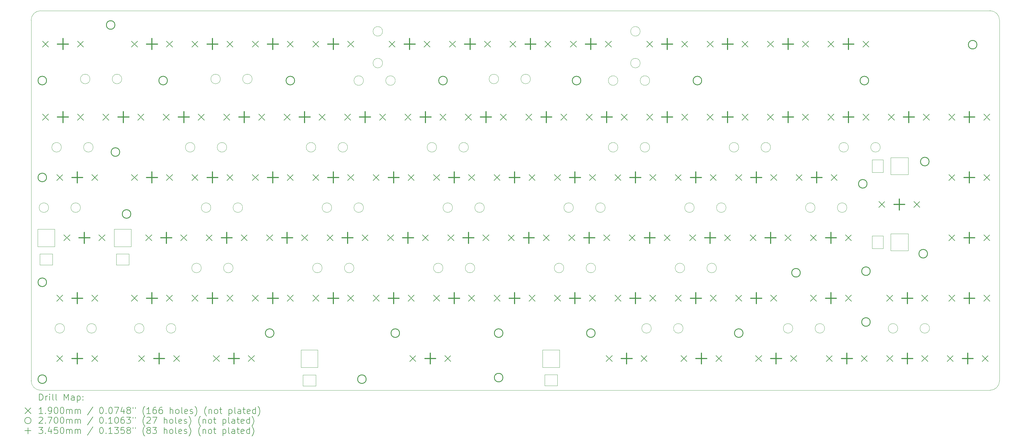
<source format=gbr>
%TF.GenerationSoftware,KiCad,Pcbnew,8.0.4*%
%TF.CreationDate,2024-07-27T12:14:14+02:00*%
%TF.ProjectId,AC-K1-v1,41432d4b-312d-4763-912e-6b696361645f,rev?*%
%TF.SameCoordinates,Original*%
%TF.FileFunction,Drillmap*%
%TF.FilePolarity,Positive*%
%FSLAX45Y45*%
G04 Gerber Fmt 4.5, Leading zero omitted, Abs format (unit mm)*
G04 Created by KiCad (PCBNEW 8.0.4) date 2024-07-27 12:14:14*
%MOMM*%
%LPD*%
G01*
G04 APERTURE LIST*
%ADD10C,0.050000*%
%ADD11C,0.120000*%
%ADD12C,0.200000*%
%ADD13C,0.190000*%
%ADD14C,0.270000*%
%ADD15C,0.345000*%
G04 APERTURE END LIST*
D10*
X6550000Y-8100000D02*
G75*
G02*
X6850000Y-7800000I300000J0D01*
G01*
X36700000Y-7800000D02*
X6850000Y-7800000D01*
X37000000Y-19450000D02*
G75*
G02*
X36700000Y-19750000I-300000J0D01*
G01*
X37000000Y-19450000D02*
X37000000Y-8100000D01*
X6850000Y-19750000D02*
G75*
G02*
X6550000Y-19450000I0J300000D01*
G01*
X6850000Y-19750000D02*
X36700000Y-19750000D01*
X6550000Y-8100000D02*
X6550000Y-19450000D01*
X36700000Y-7800000D02*
G75*
G02*
X37000000Y-8100000I0J-300000D01*
G01*
D11*
X32995000Y-12890000D02*
X32995000Y-12490000D01*
X32995000Y-12890000D02*
X33345000Y-12890000D01*
X32995000Y-15290000D02*
X32995000Y-14890000D01*
X32995000Y-15290000D02*
X33345000Y-15290000D01*
X33345000Y-12490000D02*
X32995000Y-12490000D01*
X33345000Y-12890000D02*
X33345000Y-12490000D01*
X33345000Y-14890000D02*
X32995000Y-14890000D01*
X33345000Y-15290000D02*
X33345000Y-14890000D01*
X33575000Y-12955000D02*
X33575000Y-12425000D01*
X33575000Y-12955000D02*
X34125000Y-12955000D01*
X33575000Y-15355000D02*
X33575000Y-14825000D01*
X33575000Y-15355000D02*
X34125000Y-15355000D01*
X34125000Y-12425000D02*
X33575000Y-12425000D01*
X34125000Y-12955000D02*
X34125000Y-12425000D01*
X34125000Y-14825000D02*
X33575000Y-14825000D01*
X34125000Y-15355000D02*
X34125000Y-14825000D01*
X15035000Y-18482500D02*
X15035000Y-19032500D01*
X15100000Y-19262500D02*
X15100000Y-19612500D01*
X15500000Y-19262500D02*
X15100000Y-19262500D01*
X15500000Y-19612500D02*
X15100000Y-19612500D01*
X15500000Y-19612500D02*
X15500000Y-19262500D01*
X15565000Y-18482500D02*
X15035000Y-18482500D01*
X15565000Y-19032500D02*
X15035000Y-19032500D01*
X15565000Y-19032500D02*
X15565000Y-18482500D01*
X22635000Y-18475000D02*
X22635000Y-19025000D01*
X22700000Y-19255000D02*
X22700000Y-19605000D01*
X23100000Y-19255000D02*
X22700000Y-19255000D01*
X23100000Y-19605000D02*
X22700000Y-19605000D01*
X23100000Y-19605000D02*
X23100000Y-19255000D01*
X23165000Y-18475000D02*
X22635000Y-18475000D01*
X23165000Y-19025000D02*
X22635000Y-19025000D01*
X23165000Y-19025000D02*
X23165000Y-18475000D01*
X6760000Y-14675000D02*
X6760000Y-15225000D01*
X6825000Y-15455000D02*
X6825000Y-15805000D01*
X7225000Y-15455000D02*
X6825000Y-15455000D01*
X7225000Y-15805000D02*
X6825000Y-15805000D01*
X7225000Y-15805000D02*
X7225000Y-15455000D01*
X7290000Y-14675000D02*
X6760000Y-14675000D01*
X7290000Y-15225000D02*
X6760000Y-15225000D01*
X7290000Y-15225000D02*
X7290000Y-14675000D01*
X9160000Y-14675000D02*
X9160000Y-15225000D01*
X9225000Y-15455000D02*
X9225000Y-15805000D01*
X9625000Y-15455000D02*
X9225000Y-15455000D01*
X9625000Y-15805000D02*
X9225000Y-15805000D01*
X9625000Y-15805000D02*
X9625000Y-15455000D01*
X9690000Y-14675000D02*
X9160000Y-14675000D01*
X9690000Y-15225000D02*
X9160000Y-15225000D01*
X9690000Y-15225000D02*
X9690000Y-14675000D01*
D10*
X10100000Y-17800000D02*
G75*
G02*
X9800000Y-17800000I-150000J0D01*
G01*
X9800000Y-17800000D02*
G75*
G02*
X10100000Y-17800000I150000J0D01*
G01*
X11100000Y-17800000D02*
G75*
G02*
X10800000Y-17800000I-150000J0D01*
G01*
X10800000Y-17800000D02*
G75*
G02*
X11100000Y-17800000I150000J0D01*
G01*
X7600000Y-17800000D02*
G75*
G02*
X7300000Y-17800000I-150000J0D01*
G01*
X7300000Y-17800000D02*
G75*
G02*
X7600000Y-17800000I150000J0D01*
G01*
X8600000Y-17800000D02*
G75*
G02*
X8300000Y-17800000I-150000J0D01*
G01*
X8300000Y-17800000D02*
G75*
G02*
X8600000Y-17800000I150000J0D01*
G01*
X11700000Y-12100000D02*
G75*
G02*
X11400000Y-12100000I-150000J0D01*
G01*
X11400000Y-12100000D02*
G75*
G02*
X11700000Y-12100000I150000J0D01*
G01*
X12700000Y-12100000D02*
G75*
G02*
X12400000Y-12100000I-150000J0D01*
G01*
X12400000Y-12100000D02*
G75*
G02*
X12700000Y-12100000I150000J0D01*
G01*
X25700000Y-8450000D02*
G75*
G02*
X25400000Y-8450000I-150000J0D01*
G01*
X25400000Y-8450000D02*
G75*
G02*
X25700000Y-8450000I150000J0D01*
G01*
X25700000Y-9450000D02*
G75*
G02*
X25400000Y-9450000I-150000J0D01*
G01*
X25400000Y-9450000D02*
G75*
G02*
X25700000Y-9450000I150000J0D01*
G01*
X19300000Y-12100000D02*
G75*
G02*
X19000000Y-12100000I-150000J0D01*
G01*
X19000000Y-12100000D02*
G75*
G02*
X19300000Y-12100000I150000J0D01*
G01*
X20300000Y-12100000D02*
G75*
G02*
X20000000Y-12100000I-150000J0D01*
G01*
X20000000Y-12100000D02*
G75*
G02*
X20300000Y-12100000I150000J0D01*
G01*
X11900000Y-15900000D02*
G75*
G02*
X11600000Y-15900000I-150000J0D01*
G01*
X11600000Y-15900000D02*
G75*
G02*
X11900000Y-15900000I150000J0D01*
G01*
X12900000Y-15900000D02*
G75*
G02*
X12600000Y-15900000I-150000J0D01*
G01*
X12600000Y-15900000D02*
G75*
G02*
X12900000Y-15900000I150000J0D01*
G01*
X28800000Y-12100000D02*
G75*
G02*
X28500000Y-12100000I-150000J0D01*
G01*
X28500000Y-12100000D02*
G75*
G02*
X28800000Y-12100000I150000J0D01*
G01*
X29800000Y-12100000D02*
G75*
G02*
X29500000Y-12100000I-150000J0D01*
G01*
X29500000Y-12100000D02*
G75*
G02*
X29800000Y-12100000I150000J0D01*
G01*
X15700000Y-15900000D02*
G75*
G02*
X15400000Y-15900000I-150000J0D01*
G01*
X15400000Y-15900000D02*
G75*
G02*
X15700000Y-15900000I150000J0D01*
G01*
X16700000Y-15900000D02*
G75*
G02*
X16400000Y-15900000I-150000J0D01*
G01*
X16400000Y-15900000D02*
G75*
G02*
X16700000Y-15900000I150000J0D01*
G01*
X12200000Y-14000000D02*
G75*
G02*
X11900000Y-14000000I-150000J0D01*
G01*
X11900000Y-14000000D02*
G75*
G02*
X12200000Y-14000000I150000J0D01*
G01*
X13200000Y-14000000D02*
G75*
G02*
X12900000Y-14000000I-150000J0D01*
G01*
X12900000Y-14000000D02*
G75*
G02*
X13200000Y-14000000I150000J0D01*
G01*
X23300000Y-15900000D02*
G75*
G02*
X23000000Y-15900000I-150000J0D01*
G01*
X23000000Y-15900000D02*
G75*
G02*
X23300000Y-15900000I150000J0D01*
G01*
X24300000Y-15900000D02*
G75*
G02*
X24000000Y-15900000I-150000J0D01*
G01*
X24000000Y-15900000D02*
G75*
G02*
X24300000Y-15900000I150000J0D01*
G01*
X7100000Y-14000000D02*
G75*
G02*
X6800000Y-14000000I-150000J0D01*
G01*
X6800000Y-14000000D02*
G75*
G02*
X7100000Y-14000000I150000J0D01*
G01*
X8100000Y-14000000D02*
G75*
G02*
X7800000Y-14000000I-150000J0D01*
G01*
X7800000Y-14000000D02*
G75*
G02*
X8100000Y-14000000I150000J0D01*
G01*
X7500000Y-12100000D02*
G75*
G02*
X7200000Y-12100000I-150000J0D01*
G01*
X7200000Y-12100000D02*
G75*
G02*
X7500000Y-12100000I150000J0D01*
G01*
X8500000Y-12100000D02*
G75*
G02*
X8200000Y-12100000I-150000J0D01*
G01*
X8200000Y-12100000D02*
G75*
G02*
X8500000Y-12100000I150000J0D01*
G01*
X8400000Y-9950000D02*
G75*
G02*
X8100000Y-9950000I-150000J0D01*
G01*
X8100000Y-9950000D02*
G75*
G02*
X8400000Y-9950000I150000J0D01*
G01*
X9400000Y-9950000D02*
G75*
G02*
X9100000Y-9950000I-150000J0D01*
G01*
X9100000Y-9950000D02*
G75*
G02*
X9400000Y-9950000I150000J0D01*
G01*
X17600000Y-8450000D02*
G75*
G02*
X17300000Y-8450000I-150000J0D01*
G01*
X17300000Y-8450000D02*
G75*
G02*
X17600000Y-8450000I150000J0D01*
G01*
X17600000Y-9450000D02*
G75*
G02*
X17300000Y-9450000I-150000J0D01*
G01*
X17300000Y-9450000D02*
G75*
G02*
X17600000Y-9450000I150000J0D01*
G01*
X17000000Y-10000000D02*
G75*
G02*
X16700000Y-10000000I-150000J0D01*
G01*
X16700000Y-10000000D02*
G75*
G02*
X17000000Y-10000000I150000J0D01*
G01*
X18000000Y-10000000D02*
G75*
G02*
X17700000Y-10000000I-150000J0D01*
G01*
X17700000Y-10000000D02*
G75*
G02*
X18000000Y-10000000I150000J0D01*
G01*
X33800000Y-17800000D02*
G75*
G02*
X33500000Y-17800000I-150000J0D01*
G01*
X33500000Y-17800000D02*
G75*
G02*
X33800000Y-17800000I150000J0D01*
G01*
X34800000Y-17800000D02*
G75*
G02*
X34500000Y-17800000I-150000J0D01*
G01*
X34500000Y-17800000D02*
G75*
G02*
X34800000Y-17800000I150000J0D01*
G01*
X15500000Y-12100000D02*
G75*
G02*
X15200000Y-12100000I-150000J0D01*
G01*
X15200000Y-12100000D02*
G75*
G02*
X15500000Y-12100000I150000J0D01*
G01*
X16500000Y-12100000D02*
G75*
G02*
X16200000Y-12100000I-150000J0D01*
G01*
X16200000Y-12100000D02*
G75*
G02*
X16500000Y-12100000I150000J0D01*
G01*
X27100000Y-15900000D02*
G75*
G02*
X26800000Y-15900000I-150000J0D01*
G01*
X26800000Y-15900000D02*
G75*
G02*
X27100000Y-15900000I150000J0D01*
G01*
X28100000Y-15900000D02*
G75*
G02*
X27800000Y-15900000I-150000J0D01*
G01*
X27800000Y-15900000D02*
G75*
G02*
X28100000Y-15900000I150000J0D01*
G01*
X19800000Y-14000000D02*
G75*
G02*
X19500000Y-14000000I-150000J0D01*
G01*
X19500000Y-14000000D02*
G75*
G02*
X19800000Y-14000000I150000J0D01*
G01*
X20800000Y-14000000D02*
G75*
G02*
X20500000Y-14000000I-150000J0D01*
G01*
X20500000Y-14000000D02*
G75*
G02*
X20800000Y-14000000I150000J0D01*
G01*
X25000000Y-10000000D02*
G75*
G02*
X24700000Y-10000000I-150000J0D01*
G01*
X24700000Y-10000000D02*
G75*
G02*
X25000000Y-10000000I150000J0D01*
G01*
X26000000Y-10000000D02*
G75*
G02*
X25700000Y-10000000I-150000J0D01*
G01*
X25700000Y-10000000D02*
G75*
G02*
X26000000Y-10000000I150000J0D01*
G01*
X12500000Y-9950000D02*
G75*
G02*
X12200000Y-9950000I-150000J0D01*
G01*
X12200000Y-9950000D02*
G75*
G02*
X12500000Y-9950000I150000J0D01*
G01*
X13500000Y-9950000D02*
G75*
G02*
X13200000Y-9950000I-150000J0D01*
G01*
X13200000Y-9950000D02*
G75*
G02*
X13500000Y-9950000I150000J0D01*
G01*
X23600000Y-14000000D02*
G75*
G02*
X23300000Y-14000000I-150000J0D01*
G01*
X23300000Y-14000000D02*
G75*
G02*
X23600000Y-14000000I150000J0D01*
G01*
X24600000Y-14000000D02*
G75*
G02*
X24300000Y-14000000I-150000J0D01*
G01*
X24300000Y-14000000D02*
G75*
G02*
X24600000Y-14000000I150000J0D01*
G01*
X19500000Y-15900000D02*
G75*
G02*
X19200000Y-15900000I-150000J0D01*
G01*
X19200000Y-15900000D02*
G75*
G02*
X19500000Y-15900000I150000J0D01*
G01*
X20500000Y-15900000D02*
G75*
G02*
X20200000Y-15900000I-150000J0D01*
G01*
X20200000Y-15900000D02*
G75*
G02*
X20500000Y-15900000I150000J0D01*
G01*
X21250000Y-9950000D02*
G75*
G02*
X20950000Y-9950000I-150000J0D01*
G01*
X20950000Y-9950000D02*
G75*
G02*
X21250000Y-9950000I150000J0D01*
G01*
X22250000Y-9950000D02*
G75*
G02*
X21950000Y-9950000I-150000J0D01*
G01*
X21950000Y-9950000D02*
G75*
G02*
X22250000Y-9950000I150000J0D01*
G01*
X30500000Y-17800000D02*
G75*
G02*
X30200000Y-17800000I-150000J0D01*
G01*
X30200000Y-17800000D02*
G75*
G02*
X30500000Y-17800000I150000J0D01*
G01*
X31500000Y-17800000D02*
G75*
G02*
X31200000Y-17800000I-150000J0D01*
G01*
X31200000Y-17800000D02*
G75*
G02*
X31500000Y-17800000I150000J0D01*
G01*
X31200000Y-14000000D02*
G75*
G02*
X30900000Y-14000000I-150000J0D01*
G01*
X30900000Y-14000000D02*
G75*
G02*
X31200000Y-14000000I150000J0D01*
G01*
X32200000Y-14000000D02*
G75*
G02*
X31900000Y-14000000I-150000J0D01*
G01*
X31900000Y-14000000D02*
G75*
G02*
X32200000Y-14000000I150000J0D01*
G01*
X16000000Y-14000000D02*
G75*
G02*
X15700000Y-14000000I-150000J0D01*
G01*
X15700000Y-14000000D02*
G75*
G02*
X16000000Y-14000000I150000J0D01*
G01*
X17000000Y-14000000D02*
G75*
G02*
X16700000Y-14000000I-150000J0D01*
G01*
X16700000Y-14000000D02*
G75*
G02*
X17000000Y-14000000I150000J0D01*
G01*
X26050000Y-17800000D02*
G75*
G02*
X25750000Y-17800000I-150000J0D01*
G01*
X25750000Y-17800000D02*
G75*
G02*
X26050000Y-17800000I150000J0D01*
G01*
X27050000Y-17800000D02*
G75*
G02*
X26750000Y-17800000I-150000J0D01*
G01*
X26750000Y-17800000D02*
G75*
G02*
X27050000Y-17800000I150000J0D01*
G01*
X32250000Y-12100000D02*
G75*
G02*
X31950000Y-12100000I-150000J0D01*
G01*
X31950000Y-12100000D02*
G75*
G02*
X32250000Y-12100000I150000J0D01*
G01*
X33250000Y-12100000D02*
G75*
G02*
X32950000Y-12100000I-150000J0D01*
G01*
X32950000Y-12100000D02*
G75*
G02*
X33250000Y-12100000I150000J0D01*
G01*
X27400000Y-14000000D02*
G75*
G02*
X27100000Y-14000000I-150000J0D01*
G01*
X27100000Y-14000000D02*
G75*
G02*
X27400000Y-14000000I150000J0D01*
G01*
X28400000Y-14000000D02*
G75*
G02*
X28100000Y-14000000I-150000J0D01*
G01*
X28100000Y-14000000D02*
G75*
G02*
X28400000Y-14000000I150000J0D01*
G01*
X25000000Y-12100000D02*
G75*
G02*
X24700000Y-12100000I-150000J0D01*
G01*
X24700000Y-12100000D02*
G75*
G02*
X25000000Y-12100000I150000J0D01*
G01*
X26000000Y-12100000D02*
G75*
G02*
X25700000Y-12100000I-150000J0D01*
G01*
X25700000Y-12100000D02*
G75*
G02*
X26000000Y-12100000I150000J0D01*
G01*
D12*
D13*
X6905000Y-8755000D02*
X7095000Y-8945000D01*
X7095000Y-8755000D02*
X6905000Y-8945000D01*
X6905000Y-11055000D02*
X7095000Y-11245000D01*
X7095000Y-11055000D02*
X6905000Y-11245000D01*
X7355000Y-12955000D02*
X7545000Y-13145000D01*
X7545000Y-12955000D02*
X7355000Y-13145000D01*
X7355000Y-16755000D02*
X7545000Y-16945000D01*
X7545000Y-16755000D02*
X7355000Y-16945000D01*
X7355000Y-18655000D02*
X7545000Y-18845000D01*
X7545000Y-18655000D02*
X7355000Y-18845000D01*
X7580000Y-14855000D02*
X7770000Y-15045000D01*
X7770000Y-14855000D02*
X7580000Y-15045000D01*
X8005000Y-8755000D02*
X8195000Y-8945000D01*
X8195000Y-8755000D02*
X8005000Y-8945000D01*
X8005000Y-11055000D02*
X8195000Y-11245000D01*
X8195000Y-11055000D02*
X8005000Y-11245000D01*
X8455000Y-12955000D02*
X8645000Y-13145000D01*
X8645000Y-12955000D02*
X8455000Y-13145000D01*
X8455000Y-16755000D02*
X8645000Y-16945000D01*
X8645000Y-16755000D02*
X8455000Y-16945000D01*
X8455000Y-18655000D02*
X8645000Y-18845000D01*
X8645000Y-18655000D02*
X8455000Y-18845000D01*
X8680000Y-14855000D02*
X8870000Y-15045000D01*
X8870000Y-14855000D02*
X8680000Y-15045000D01*
X8805000Y-11055000D02*
X8995000Y-11245000D01*
X8995000Y-11055000D02*
X8805000Y-11245000D01*
X9705000Y-8755000D02*
X9895000Y-8945000D01*
X9895000Y-8755000D02*
X9705000Y-8945000D01*
X9705000Y-12955000D02*
X9895000Y-13145000D01*
X9895000Y-12955000D02*
X9705000Y-13145000D01*
X9705000Y-16755000D02*
X9895000Y-16945000D01*
X9895000Y-16755000D02*
X9705000Y-16945000D01*
X9905000Y-11055000D02*
X10095000Y-11245000D01*
X10095000Y-11055000D02*
X9905000Y-11245000D01*
X9930000Y-18655000D02*
X10120000Y-18845000D01*
X10120000Y-18655000D02*
X9930000Y-18845000D01*
X10155000Y-14855000D02*
X10345000Y-15045000D01*
X10345000Y-14855000D02*
X10155000Y-15045000D01*
X10705000Y-11055000D02*
X10895000Y-11245000D01*
X10895000Y-11055000D02*
X10705000Y-11245000D01*
X10805000Y-8755000D02*
X10995000Y-8945000D01*
X10995000Y-8755000D02*
X10805000Y-8945000D01*
X10805000Y-12955000D02*
X10995000Y-13145000D01*
X10995000Y-12955000D02*
X10805000Y-13145000D01*
X10805000Y-16755000D02*
X10995000Y-16945000D01*
X10995000Y-16755000D02*
X10805000Y-16945000D01*
X11030000Y-18655000D02*
X11220000Y-18845000D01*
X11220000Y-18655000D02*
X11030000Y-18845000D01*
X11255000Y-14855000D02*
X11445000Y-15045000D01*
X11445000Y-14855000D02*
X11255000Y-15045000D01*
X11605000Y-8755000D02*
X11795000Y-8945000D01*
X11795000Y-8755000D02*
X11605000Y-8945000D01*
X11605000Y-12955000D02*
X11795000Y-13145000D01*
X11795000Y-12955000D02*
X11605000Y-13145000D01*
X11605000Y-16755000D02*
X11795000Y-16945000D01*
X11795000Y-16755000D02*
X11605000Y-16945000D01*
X11805000Y-11055000D02*
X11995000Y-11245000D01*
X11995000Y-11055000D02*
X11805000Y-11245000D01*
X12055000Y-14855000D02*
X12245000Y-15045000D01*
X12245000Y-14855000D02*
X12055000Y-15045000D01*
X12280000Y-18655000D02*
X12470000Y-18845000D01*
X12470000Y-18655000D02*
X12280000Y-18845000D01*
X12605000Y-11055000D02*
X12795000Y-11245000D01*
X12795000Y-11055000D02*
X12605000Y-11245000D01*
X12705000Y-8755000D02*
X12895000Y-8945000D01*
X12895000Y-8755000D02*
X12705000Y-8945000D01*
X12705000Y-12955000D02*
X12895000Y-13145000D01*
X12895000Y-12955000D02*
X12705000Y-13145000D01*
X12705000Y-16755000D02*
X12895000Y-16945000D01*
X12895000Y-16755000D02*
X12705000Y-16945000D01*
X13155000Y-14855000D02*
X13345000Y-15045000D01*
X13345000Y-14855000D02*
X13155000Y-15045000D01*
X13380000Y-18655000D02*
X13570000Y-18845000D01*
X13570000Y-18655000D02*
X13380000Y-18845000D01*
X13505000Y-8755000D02*
X13695000Y-8945000D01*
X13695000Y-8755000D02*
X13505000Y-8945000D01*
X13505000Y-12955000D02*
X13695000Y-13145000D01*
X13695000Y-12955000D02*
X13505000Y-13145000D01*
X13505000Y-16755000D02*
X13695000Y-16945000D01*
X13695000Y-16755000D02*
X13505000Y-16945000D01*
X13705000Y-11055000D02*
X13895000Y-11245000D01*
X13895000Y-11055000D02*
X13705000Y-11245000D01*
X13955000Y-14855000D02*
X14145000Y-15045000D01*
X14145000Y-14855000D02*
X13955000Y-15045000D01*
X14505000Y-11055000D02*
X14695000Y-11245000D01*
X14695000Y-11055000D02*
X14505000Y-11245000D01*
X14605000Y-8755000D02*
X14795000Y-8945000D01*
X14795000Y-8755000D02*
X14605000Y-8945000D01*
X14605000Y-12955000D02*
X14795000Y-13145000D01*
X14795000Y-12955000D02*
X14605000Y-13145000D01*
X14605000Y-16755000D02*
X14795000Y-16945000D01*
X14795000Y-16755000D02*
X14605000Y-16945000D01*
X15055000Y-14855000D02*
X15245000Y-15045000D01*
X15245000Y-14855000D02*
X15055000Y-15045000D01*
X15405000Y-8755000D02*
X15595000Y-8945000D01*
X15595000Y-8755000D02*
X15405000Y-8945000D01*
X15405000Y-12955000D02*
X15595000Y-13145000D01*
X15595000Y-12955000D02*
X15405000Y-13145000D01*
X15405000Y-16755000D02*
X15595000Y-16945000D01*
X15595000Y-16755000D02*
X15405000Y-16945000D01*
X15605000Y-11055000D02*
X15795000Y-11245000D01*
X15795000Y-11055000D02*
X15605000Y-11245000D01*
X15855000Y-14855000D02*
X16045000Y-15045000D01*
X16045000Y-14855000D02*
X15855000Y-15045000D01*
X16405000Y-11055000D02*
X16595000Y-11245000D01*
X16595000Y-11055000D02*
X16405000Y-11245000D01*
X16505000Y-8755000D02*
X16695000Y-8945000D01*
X16695000Y-8755000D02*
X16505000Y-8945000D01*
X16505000Y-12955000D02*
X16695000Y-13145000D01*
X16695000Y-12955000D02*
X16505000Y-13145000D01*
X16505000Y-16755000D02*
X16695000Y-16945000D01*
X16695000Y-16755000D02*
X16505000Y-16945000D01*
X16955000Y-14855000D02*
X17145000Y-15045000D01*
X17145000Y-14855000D02*
X16955000Y-15045000D01*
X17305000Y-12955000D02*
X17495000Y-13145000D01*
X17495000Y-12955000D02*
X17305000Y-13145000D01*
X17305000Y-16755000D02*
X17495000Y-16945000D01*
X17495000Y-16755000D02*
X17305000Y-16945000D01*
X17505000Y-11055000D02*
X17695000Y-11245000D01*
X17695000Y-11055000D02*
X17505000Y-11245000D01*
X17755000Y-14855000D02*
X17945000Y-15045000D01*
X17945000Y-14855000D02*
X17755000Y-15045000D01*
X17805000Y-8755000D02*
X17995000Y-8945000D01*
X17995000Y-8755000D02*
X17805000Y-8945000D01*
X18305000Y-11055000D02*
X18495000Y-11245000D01*
X18495000Y-11055000D02*
X18305000Y-11245000D01*
X18405000Y-12955000D02*
X18595000Y-13145000D01*
X18595000Y-12955000D02*
X18405000Y-13145000D01*
X18405000Y-16755000D02*
X18595000Y-16945000D01*
X18595000Y-16755000D02*
X18405000Y-16945000D01*
X18455000Y-18655000D02*
X18645000Y-18845000D01*
X18645000Y-18655000D02*
X18455000Y-18845000D01*
X18855000Y-14855000D02*
X19045000Y-15045000D01*
X19045000Y-14855000D02*
X18855000Y-15045000D01*
X18905000Y-8755000D02*
X19095000Y-8945000D01*
X19095000Y-8755000D02*
X18905000Y-8945000D01*
X19205000Y-12955000D02*
X19395000Y-13145000D01*
X19395000Y-12955000D02*
X19205000Y-13145000D01*
X19205000Y-16755000D02*
X19395000Y-16945000D01*
X19395000Y-16755000D02*
X19205000Y-16945000D01*
X19405000Y-11055000D02*
X19595000Y-11245000D01*
X19595000Y-11055000D02*
X19405000Y-11245000D01*
X19555000Y-18655000D02*
X19745000Y-18845000D01*
X19745000Y-18655000D02*
X19555000Y-18845000D01*
X19655000Y-14855000D02*
X19845000Y-15045000D01*
X19845000Y-14855000D02*
X19655000Y-15045000D01*
X19705000Y-8755000D02*
X19895000Y-8945000D01*
X19895000Y-8755000D02*
X19705000Y-8945000D01*
X20205000Y-11055000D02*
X20395000Y-11245000D01*
X20395000Y-11055000D02*
X20205000Y-11245000D01*
X20305000Y-12955000D02*
X20495000Y-13145000D01*
X20495000Y-12955000D02*
X20305000Y-13145000D01*
X20305000Y-16755000D02*
X20495000Y-16945000D01*
X20495000Y-16755000D02*
X20305000Y-16945000D01*
X20755000Y-14855000D02*
X20945000Y-15045000D01*
X20945000Y-14855000D02*
X20755000Y-15045000D01*
X20805000Y-8755000D02*
X20995000Y-8945000D01*
X20995000Y-8755000D02*
X20805000Y-8945000D01*
X21105000Y-12955000D02*
X21295000Y-13145000D01*
X21295000Y-12955000D02*
X21105000Y-13145000D01*
X21105000Y-16755000D02*
X21295000Y-16945000D01*
X21295000Y-16755000D02*
X21105000Y-16945000D01*
X21305000Y-11055000D02*
X21495000Y-11245000D01*
X21495000Y-11055000D02*
X21305000Y-11245000D01*
X21555000Y-14855000D02*
X21745000Y-15045000D01*
X21745000Y-14855000D02*
X21555000Y-15045000D01*
X21605000Y-8755000D02*
X21795000Y-8945000D01*
X21795000Y-8755000D02*
X21605000Y-8945000D01*
X22105000Y-11055000D02*
X22295000Y-11245000D01*
X22295000Y-11055000D02*
X22105000Y-11245000D01*
X22205000Y-12955000D02*
X22395000Y-13145000D01*
X22395000Y-12955000D02*
X22205000Y-13145000D01*
X22205000Y-16755000D02*
X22395000Y-16945000D01*
X22395000Y-16755000D02*
X22205000Y-16945000D01*
X22655000Y-14855000D02*
X22845000Y-15045000D01*
X22845000Y-14855000D02*
X22655000Y-15045000D01*
X22705000Y-8755000D02*
X22895000Y-8945000D01*
X22895000Y-8755000D02*
X22705000Y-8945000D01*
X23005000Y-12955000D02*
X23195000Y-13145000D01*
X23195000Y-12955000D02*
X23005000Y-13145000D01*
X23005000Y-16755000D02*
X23195000Y-16945000D01*
X23195000Y-16755000D02*
X23005000Y-16945000D01*
X23205000Y-11055000D02*
X23395000Y-11245000D01*
X23395000Y-11055000D02*
X23205000Y-11245000D01*
X23455000Y-14855000D02*
X23645000Y-15045000D01*
X23645000Y-14855000D02*
X23455000Y-15045000D01*
X23505000Y-8755000D02*
X23695000Y-8945000D01*
X23695000Y-8755000D02*
X23505000Y-8945000D01*
X24005000Y-11055000D02*
X24195000Y-11245000D01*
X24195000Y-11055000D02*
X24005000Y-11245000D01*
X24105000Y-12955000D02*
X24295000Y-13145000D01*
X24295000Y-12955000D02*
X24105000Y-13145000D01*
X24105000Y-16755000D02*
X24295000Y-16945000D01*
X24295000Y-16755000D02*
X24105000Y-16945000D01*
X24555000Y-14855000D02*
X24745000Y-15045000D01*
X24745000Y-14855000D02*
X24555000Y-15045000D01*
X24605000Y-8755000D02*
X24795000Y-8945000D01*
X24795000Y-8755000D02*
X24605000Y-8945000D01*
X24630000Y-18655000D02*
X24820000Y-18845000D01*
X24820000Y-18655000D02*
X24630000Y-18845000D01*
X24905000Y-12955000D02*
X25095000Y-13145000D01*
X25095000Y-12955000D02*
X24905000Y-13145000D01*
X24905000Y-16755000D02*
X25095000Y-16945000D01*
X25095000Y-16755000D02*
X24905000Y-16945000D01*
X25105000Y-11055000D02*
X25295000Y-11245000D01*
X25295000Y-11055000D02*
X25105000Y-11245000D01*
X25355000Y-14855000D02*
X25545000Y-15045000D01*
X25545000Y-14855000D02*
X25355000Y-15045000D01*
X25730000Y-18655000D02*
X25920000Y-18845000D01*
X25920000Y-18655000D02*
X25730000Y-18845000D01*
X25905000Y-8755000D02*
X26095000Y-8945000D01*
X26095000Y-8755000D02*
X25905000Y-8945000D01*
X25905000Y-11055000D02*
X26095000Y-11245000D01*
X26095000Y-11055000D02*
X25905000Y-11245000D01*
X26005000Y-12955000D02*
X26195000Y-13145000D01*
X26195000Y-12955000D02*
X26005000Y-13145000D01*
X26005000Y-16755000D02*
X26195000Y-16945000D01*
X26195000Y-16755000D02*
X26005000Y-16945000D01*
X26455000Y-14855000D02*
X26645000Y-15045000D01*
X26645000Y-14855000D02*
X26455000Y-15045000D01*
X26805000Y-12955000D02*
X26995000Y-13145000D01*
X26995000Y-12955000D02*
X26805000Y-13145000D01*
X26805000Y-16755000D02*
X26995000Y-16945000D01*
X26995000Y-16755000D02*
X26805000Y-16945000D01*
X26980000Y-18655000D02*
X27170000Y-18845000D01*
X27170000Y-18655000D02*
X26980000Y-18845000D01*
X27005000Y-8755000D02*
X27195000Y-8945000D01*
X27195000Y-8755000D02*
X27005000Y-8945000D01*
X27005000Y-11055000D02*
X27195000Y-11245000D01*
X27195000Y-11055000D02*
X27005000Y-11245000D01*
X27255000Y-14855000D02*
X27445000Y-15045000D01*
X27445000Y-14855000D02*
X27255000Y-15045000D01*
X27805000Y-8755000D02*
X27995000Y-8945000D01*
X27995000Y-8755000D02*
X27805000Y-8945000D01*
X27805000Y-11055000D02*
X27995000Y-11245000D01*
X27995000Y-11055000D02*
X27805000Y-11245000D01*
X27905000Y-12955000D02*
X28095000Y-13145000D01*
X28095000Y-12955000D02*
X27905000Y-13145000D01*
X27905000Y-16755000D02*
X28095000Y-16945000D01*
X28095000Y-16755000D02*
X27905000Y-16945000D01*
X28080000Y-18655000D02*
X28270000Y-18845000D01*
X28270000Y-18655000D02*
X28080000Y-18845000D01*
X28355000Y-14855000D02*
X28545000Y-15045000D01*
X28545000Y-14855000D02*
X28355000Y-15045000D01*
X28705000Y-12955000D02*
X28895000Y-13145000D01*
X28895000Y-12955000D02*
X28705000Y-13145000D01*
X28705000Y-16755000D02*
X28895000Y-16945000D01*
X28895000Y-16755000D02*
X28705000Y-16945000D01*
X28905000Y-8755000D02*
X29095000Y-8945000D01*
X29095000Y-8755000D02*
X28905000Y-8945000D01*
X28905000Y-11055000D02*
X29095000Y-11245000D01*
X29095000Y-11055000D02*
X28905000Y-11245000D01*
X29155000Y-14855000D02*
X29345000Y-15045000D01*
X29345000Y-14855000D02*
X29155000Y-15045000D01*
X29330000Y-18655000D02*
X29520000Y-18845000D01*
X29520000Y-18655000D02*
X29330000Y-18845000D01*
X29705000Y-8755000D02*
X29895000Y-8945000D01*
X29895000Y-8755000D02*
X29705000Y-8945000D01*
X29705000Y-11055000D02*
X29895000Y-11245000D01*
X29895000Y-11055000D02*
X29705000Y-11245000D01*
X29805000Y-12955000D02*
X29995000Y-13145000D01*
X29995000Y-12955000D02*
X29805000Y-13145000D01*
X29805000Y-16755000D02*
X29995000Y-16945000D01*
X29995000Y-16755000D02*
X29805000Y-16945000D01*
X30255000Y-14855000D02*
X30445000Y-15045000D01*
X30445000Y-14855000D02*
X30255000Y-15045000D01*
X30430000Y-18655000D02*
X30620000Y-18845000D01*
X30620000Y-18655000D02*
X30430000Y-18845000D01*
X30605000Y-12955000D02*
X30795000Y-13145000D01*
X30795000Y-12955000D02*
X30605000Y-13145000D01*
X30805000Y-8755000D02*
X30995000Y-8945000D01*
X30995000Y-8755000D02*
X30805000Y-8945000D01*
X30805000Y-11055000D02*
X30995000Y-11245000D01*
X30995000Y-11055000D02*
X30805000Y-11245000D01*
X31055000Y-14855000D02*
X31245000Y-15045000D01*
X31245000Y-14855000D02*
X31055000Y-15045000D01*
X31055000Y-16755000D02*
X31245000Y-16945000D01*
X31245000Y-16755000D02*
X31055000Y-16945000D01*
X31555000Y-18655000D02*
X31745000Y-18845000D01*
X31745000Y-18655000D02*
X31555000Y-18845000D01*
X31605000Y-8755000D02*
X31795000Y-8945000D01*
X31795000Y-8755000D02*
X31605000Y-8945000D01*
X31605000Y-11055000D02*
X31795000Y-11245000D01*
X31795000Y-11055000D02*
X31605000Y-11245000D01*
X31705000Y-12955000D02*
X31895000Y-13145000D01*
X31895000Y-12955000D02*
X31705000Y-13145000D01*
X32155000Y-14855000D02*
X32345000Y-15045000D01*
X32345000Y-14855000D02*
X32155000Y-15045000D01*
X32155000Y-16755000D02*
X32345000Y-16945000D01*
X32345000Y-16755000D02*
X32155000Y-16945000D01*
X32655000Y-18655000D02*
X32845000Y-18845000D01*
X32845000Y-18655000D02*
X32655000Y-18845000D01*
X32705000Y-8755000D02*
X32895000Y-8945000D01*
X32895000Y-8755000D02*
X32705000Y-8945000D01*
X32705000Y-11055000D02*
X32895000Y-11245000D01*
X32895000Y-11055000D02*
X32705000Y-11245000D01*
X33205000Y-13805000D02*
X33395000Y-13995000D01*
X33395000Y-13805000D02*
X33205000Y-13995000D01*
X33455000Y-16755000D02*
X33645000Y-16945000D01*
X33645000Y-16755000D02*
X33455000Y-16945000D01*
X33455000Y-18655000D02*
X33645000Y-18845000D01*
X33645000Y-18655000D02*
X33455000Y-18845000D01*
X33505000Y-11055000D02*
X33695000Y-11245000D01*
X33695000Y-11055000D02*
X33505000Y-11245000D01*
X34305000Y-13805000D02*
X34495000Y-13995000D01*
X34495000Y-13805000D02*
X34305000Y-13995000D01*
X34555000Y-16755000D02*
X34745000Y-16945000D01*
X34745000Y-16755000D02*
X34555000Y-16945000D01*
X34555000Y-18655000D02*
X34745000Y-18845000D01*
X34745000Y-18655000D02*
X34555000Y-18845000D01*
X34605000Y-11055000D02*
X34795000Y-11245000D01*
X34795000Y-11055000D02*
X34605000Y-11245000D01*
X35355000Y-18655000D02*
X35545000Y-18845000D01*
X35545000Y-18655000D02*
X35355000Y-18845000D01*
X35405000Y-11055000D02*
X35595000Y-11245000D01*
X35595000Y-11055000D02*
X35405000Y-11245000D01*
X35405000Y-12955000D02*
X35595000Y-13145000D01*
X35595000Y-12955000D02*
X35405000Y-13145000D01*
X35405000Y-14855000D02*
X35595000Y-15045000D01*
X35595000Y-14855000D02*
X35405000Y-15045000D01*
X35405000Y-16755000D02*
X35595000Y-16945000D01*
X35595000Y-16755000D02*
X35405000Y-16945000D01*
X36455000Y-18655000D02*
X36645000Y-18845000D01*
X36645000Y-18655000D02*
X36455000Y-18845000D01*
X36505000Y-11055000D02*
X36695000Y-11245000D01*
X36695000Y-11055000D02*
X36505000Y-11245000D01*
X36505000Y-12955000D02*
X36695000Y-13145000D01*
X36695000Y-12955000D02*
X36505000Y-13145000D01*
X36505000Y-14855000D02*
X36695000Y-15045000D01*
X36695000Y-14855000D02*
X36505000Y-15045000D01*
X36505000Y-16755000D02*
X36695000Y-16945000D01*
X36695000Y-16755000D02*
X36505000Y-16945000D01*
D14*
X7035000Y-10000000D02*
G75*
G02*
X6765000Y-10000000I-135000J0D01*
G01*
X6765000Y-10000000D02*
G75*
G02*
X7035000Y-10000000I135000J0D01*
G01*
X7035000Y-13050000D02*
G75*
G02*
X6765000Y-13050000I-135000J0D01*
G01*
X6765000Y-13050000D02*
G75*
G02*
X7035000Y-13050000I135000J0D01*
G01*
X7035000Y-16350000D02*
G75*
G02*
X6765000Y-16350000I-135000J0D01*
G01*
X6765000Y-16350000D02*
G75*
G02*
X7035000Y-16350000I135000J0D01*
G01*
X7035000Y-19400000D02*
G75*
G02*
X6765000Y-19400000I-135000J0D01*
G01*
X6765000Y-19400000D02*
G75*
G02*
X7035000Y-19400000I135000J0D01*
G01*
X9185000Y-8250000D02*
G75*
G02*
X8915000Y-8250000I-135000J0D01*
G01*
X8915000Y-8250000D02*
G75*
G02*
X9185000Y-8250000I135000J0D01*
G01*
X9335000Y-12250000D02*
G75*
G02*
X9065000Y-12250000I-135000J0D01*
G01*
X9065000Y-12250000D02*
G75*
G02*
X9335000Y-12250000I135000J0D01*
G01*
X9685000Y-14200000D02*
G75*
G02*
X9415000Y-14200000I-135000J0D01*
G01*
X9415000Y-14200000D02*
G75*
G02*
X9685000Y-14200000I135000J0D01*
G01*
X10835000Y-10000000D02*
G75*
G02*
X10565000Y-10000000I-135000J0D01*
G01*
X10565000Y-10000000D02*
G75*
G02*
X10835000Y-10000000I135000J0D01*
G01*
X14185000Y-17950000D02*
G75*
G02*
X13915000Y-17950000I-135000J0D01*
G01*
X13915000Y-17950000D02*
G75*
G02*
X14185000Y-17950000I135000J0D01*
G01*
X14835000Y-10000000D02*
G75*
G02*
X14565000Y-10000000I-135000J0D01*
G01*
X14565000Y-10000000D02*
G75*
G02*
X14835000Y-10000000I135000J0D01*
G01*
X17085000Y-19400000D02*
G75*
G02*
X16815000Y-19400000I-135000J0D01*
G01*
X16815000Y-19400000D02*
G75*
G02*
X17085000Y-19400000I135000J0D01*
G01*
X18135000Y-17950000D02*
G75*
G02*
X17865000Y-17950000I-135000J0D01*
G01*
X17865000Y-17950000D02*
G75*
G02*
X18135000Y-17950000I135000J0D01*
G01*
X19635000Y-10000000D02*
G75*
G02*
X19365000Y-10000000I-135000J0D01*
G01*
X19365000Y-10000000D02*
G75*
G02*
X19635000Y-10000000I135000J0D01*
G01*
X21385000Y-17950000D02*
G75*
G02*
X21115000Y-17950000I-135000J0D01*
G01*
X21115000Y-17950000D02*
G75*
G02*
X21385000Y-17950000I135000J0D01*
G01*
X21385000Y-19350000D02*
G75*
G02*
X21115000Y-19350000I-135000J0D01*
G01*
X21115000Y-19350000D02*
G75*
G02*
X21385000Y-19350000I135000J0D01*
G01*
X23835000Y-10000000D02*
G75*
G02*
X23565000Y-10000000I-135000J0D01*
G01*
X23565000Y-10000000D02*
G75*
G02*
X23835000Y-10000000I135000J0D01*
G01*
X24285000Y-17950000D02*
G75*
G02*
X24015000Y-17950000I-135000J0D01*
G01*
X24015000Y-17950000D02*
G75*
G02*
X24285000Y-17950000I135000J0D01*
G01*
X27635000Y-10000000D02*
G75*
G02*
X27365000Y-10000000I-135000J0D01*
G01*
X27365000Y-10000000D02*
G75*
G02*
X27635000Y-10000000I135000J0D01*
G01*
X28935000Y-17950000D02*
G75*
G02*
X28665000Y-17950000I-135000J0D01*
G01*
X28665000Y-17950000D02*
G75*
G02*
X28935000Y-17950000I135000J0D01*
G01*
X30735000Y-16050000D02*
G75*
G02*
X30465000Y-16050000I-135000J0D01*
G01*
X30465000Y-16050000D02*
G75*
G02*
X30735000Y-16050000I135000J0D01*
G01*
X32835000Y-13250000D02*
G75*
G02*
X32565000Y-13250000I-135000J0D01*
G01*
X32565000Y-13250000D02*
G75*
G02*
X32835000Y-13250000I135000J0D01*
G01*
X32885000Y-10000000D02*
G75*
G02*
X32615000Y-10000000I-135000J0D01*
G01*
X32615000Y-10000000D02*
G75*
G02*
X32885000Y-10000000I135000J0D01*
G01*
X32935000Y-16000000D02*
G75*
G02*
X32665000Y-16000000I-135000J0D01*
G01*
X32665000Y-16000000D02*
G75*
G02*
X32935000Y-16000000I135000J0D01*
G01*
X32935000Y-17600000D02*
G75*
G02*
X32665000Y-17600000I-135000J0D01*
G01*
X32665000Y-17600000D02*
G75*
G02*
X32935000Y-17600000I135000J0D01*
G01*
X34735000Y-15450000D02*
G75*
G02*
X34465000Y-15450000I-135000J0D01*
G01*
X34465000Y-15450000D02*
G75*
G02*
X34735000Y-15450000I135000J0D01*
G01*
X34785000Y-12550000D02*
G75*
G02*
X34515000Y-12550000I-135000J0D01*
G01*
X34515000Y-12550000D02*
G75*
G02*
X34785000Y-12550000I135000J0D01*
G01*
X36290000Y-8870000D02*
G75*
G02*
X36020000Y-8870000I-135000J0D01*
G01*
X36020000Y-8870000D02*
G75*
G02*
X36290000Y-8870000I135000J0D01*
G01*
D15*
X7550000Y-8677500D02*
X7550000Y-9022500D01*
X7377500Y-8850000D02*
X7722500Y-8850000D01*
X7550000Y-10977500D02*
X7550000Y-11322500D01*
X7377500Y-11150000D02*
X7722500Y-11150000D01*
X8000000Y-12877500D02*
X8000000Y-13222500D01*
X7827500Y-13050000D02*
X8172500Y-13050000D01*
X8000000Y-16677500D02*
X8000000Y-17022500D01*
X7827500Y-16850000D02*
X8172500Y-16850000D01*
X8000000Y-18577500D02*
X8000000Y-18922500D01*
X7827500Y-18750000D02*
X8172500Y-18750000D01*
X8225000Y-14777500D02*
X8225000Y-15122500D01*
X8052500Y-14950000D02*
X8397500Y-14950000D01*
X9450000Y-10977500D02*
X9450000Y-11322500D01*
X9277500Y-11150000D02*
X9622500Y-11150000D01*
X10350000Y-8677500D02*
X10350000Y-9022500D01*
X10177500Y-8850000D02*
X10522500Y-8850000D01*
X10350000Y-12877500D02*
X10350000Y-13222500D01*
X10177500Y-13050000D02*
X10522500Y-13050000D01*
X10350000Y-16677500D02*
X10350000Y-17022500D01*
X10177500Y-16850000D02*
X10522500Y-16850000D01*
X10575000Y-18577500D02*
X10575000Y-18922500D01*
X10402500Y-18750000D02*
X10747500Y-18750000D01*
X10800000Y-14777500D02*
X10800000Y-15122500D01*
X10627500Y-14950000D02*
X10972500Y-14950000D01*
X11350000Y-10977500D02*
X11350000Y-11322500D01*
X11177500Y-11150000D02*
X11522500Y-11150000D01*
X12250000Y-8677500D02*
X12250000Y-9022500D01*
X12077500Y-8850000D02*
X12422500Y-8850000D01*
X12250000Y-12877500D02*
X12250000Y-13222500D01*
X12077500Y-13050000D02*
X12422500Y-13050000D01*
X12250000Y-16677500D02*
X12250000Y-17022500D01*
X12077500Y-16850000D02*
X12422500Y-16850000D01*
X12700000Y-14777500D02*
X12700000Y-15122500D01*
X12527500Y-14950000D02*
X12872500Y-14950000D01*
X12925000Y-18577500D02*
X12925000Y-18922500D01*
X12752500Y-18750000D02*
X13097500Y-18750000D01*
X13250000Y-10977500D02*
X13250000Y-11322500D01*
X13077500Y-11150000D02*
X13422500Y-11150000D01*
X14150000Y-8677500D02*
X14150000Y-9022500D01*
X13977500Y-8850000D02*
X14322500Y-8850000D01*
X14150000Y-12877500D02*
X14150000Y-13222500D01*
X13977500Y-13050000D02*
X14322500Y-13050000D01*
X14150000Y-16677500D02*
X14150000Y-17022500D01*
X13977500Y-16850000D02*
X14322500Y-16850000D01*
X14600000Y-14777500D02*
X14600000Y-15122500D01*
X14427500Y-14950000D02*
X14772500Y-14950000D01*
X15150000Y-10977500D02*
X15150000Y-11322500D01*
X14977500Y-11150000D02*
X15322500Y-11150000D01*
X16050000Y-8677500D02*
X16050000Y-9022500D01*
X15877500Y-8850000D02*
X16222500Y-8850000D01*
X16050000Y-12877500D02*
X16050000Y-13222500D01*
X15877500Y-13050000D02*
X16222500Y-13050000D01*
X16050000Y-16677500D02*
X16050000Y-17022500D01*
X15877500Y-16850000D02*
X16222500Y-16850000D01*
X16500000Y-14777500D02*
X16500000Y-15122500D01*
X16327500Y-14950000D02*
X16672500Y-14950000D01*
X17050000Y-10977500D02*
X17050000Y-11322500D01*
X16877500Y-11150000D02*
X17222500Y-11150000D01*
X17950000Y-12877500D02*
X17950000Y-13222500D01*
X17777500Y-13050000D02*
X18122500Y-13050000D01*
X17950000Y-16677500D02*
X17950000Y-17022500D01*
X17777500Y-16850000D02*
X18122500Y-16850000D01*
X18400000Y-14777500D02*
X18400000Y-15122500D01*
X18227500Y-14950000D02*
X18572500Y-14950000D01*
X18450000Y-8677500D02*
X18450000Y-9022500D01*
X18277500Y-8850000D02*
X18622500Y-8850000D01*
X18950000Y-10977500D02*
X18950000Y-11322500D01*
X18777500Y-11150000D02*
X19122500Y-11150000D01*
X19100000Y-18577500D02*
X19100000Y-18922500D01*
X18927500Y-18750000D02*
X19272500Y-18750000D01*
X19850000Y-12877500D02*
X19850000Y-13222500D01*
X19677500Y-13050000D02*
X20022500Y-13050000D01*
X19850000Y-16677500D02*
X19850000Y-17022500D01*
X19677500Y-16850000D02*
X20022500Y-16850000D01*
X20300000Y-14777500D02*
X20300000Y-15122500D01*
X20127500Y-14950000D02*
X20472500Y-14950000D01*
X20350000Y-8677500D02*
X20350000Y-9022500D01*
X20177500Y-8850000D02*
X20522500Y-8850000D01*
X20850000Y-10977500D02*
X20850000Y-11322500D01*
X20677500Y-11150000D02*
X21022500Y-11150000D01*
X21750000Y-12877500D02*
X21750000Y-13222500D01*
X21577500Y-13050000D02*
X21922500Y-13050000D01*
X21750000Y-16677500D02*
X21750000Y-17022500D01*
X21577500Y-16850000D02*
X21922500Y-16850000D01*
X22200000Y-14777500D02*
X22200000Y-15122500D01*
X22027500Y-14950000D02*
X22372500Y-14950000D01*
X22250000Y-8677500D02*
X22250000Y-9022500D01*
X22077500Y-8850000D02*
X22422500Y-8850000D01*
X22750000Y-10977500D02*
X22750000Y-11322500D01*
X22577500Y-11150000D02*
X22922500Y-11150000D01*
X23650000Y-12877500D02*
X23650000Y-13222500D01*
X23477500Y-13050000D02*
X23822500Y-13050000D01*
X23650000Y-16677500D02*
X23650000Y-17022500D01*
X23477500Y-16850000D02*
X23822500Y-16850000D01*
X24100000Y-14777500D02*
X24100000Y-15122500D01*
X23927500Y-14950000D02*
X24272500Y-14950000D01*
X24150000Y-8677500D02*
X24150000Y-9022500D01*
X23977500Y-8850000D02*
X24322500Y-8850000D01*
X24650000Y-10977500D02*
X24650000Y-11322500D01*
X24477500Y-11150000D02*
X24822500Y-11150000D01*
X25275000Y-18577500D02*
X25275000Y-18922500D01*
X25102500Y-18750000D02*
X25447500Y-18750000D01*
X25550000Y-12877500D02*
X25550000Y-13222500D01*
X25377500Y-13050000D02*
X25722500Y-13050000D01*
X25550000Y-16677500D02*
X25550000Y-17022500D01*
X25377500Y-16850000D02*
X25722500Y-16850000D01*
X26000000Y-14777500D02*
X26000000Y-15122500D01*
X25827500Y-14950000D02*
X26172500Y-14950000D01*
X26550000Y-8677500D02*
X26550000Y-9022500D01*
X26377500Y-8850000D02*
X26722500Y-8850000D01*
X26550000Y-10977500D02*
X26550000Y-11322500D01*
X26377500Y-11150000D02*
X26722500Y-11150000D01*
X27450000Y-12877500D02*
X27450000Y-13222500D01*
X27277500Y-13050000D02*
X27622500Y-13050000D01*
X27450000Y-16677500D02*
X27450000Y-17022500D01*
X27277500Y-16850000D02*
X27622500Y-16850000D01*
X27625000Y-18577500D02*
X27625000Y-18922500D01*
X27452500Y-18750000D02*
X27797500Y-18750000D01*
X27900000Y-14777500D02*
X27900000Y-15122500D01*
X27727500Y-14950000D02*
X28072500Y-14950000D01*
X28450000Y-8677500D02*
X28450000Y-9022500D01*
X28277500Y-8850000D02*
X28622500Y-8850000D01*
X28450000Y-10977500D02*
X28450000Y-11322500D01*
X28277500Y-11150000D02*
X28622500Y-11150000D01*
X29350000Y-12877500D02*
X29350000Y-13222500D01*
X29177500Y-13050000D02*
X29522500Y-13050000D01*
X29350000Y-16677500D02*
X29350000Y-17022500D01*
X29177500Y-16850000D02*
X29522500Y-16850000D01*
X29800000Y-14777500D02*
X29800000Y-15122500D01*
X29627500Y-14950000D02*
X29972500Y-14950000D01*
X29975000Y-18577500D02*
X29975000Y-18922500D01*
X29802500Y-18750000D02*
X30147500Y-18750000D01*
X30350000Y-8677500D02*
X30350000Y-9022500D01*
X30177500Y-8850000D02*
X30522500Y-8850000D01*
X30350000Y-10977500D02*
X30350000Y-11322500D01*
X30177500Y-11150000D02*
X30522500Y-11150000D01*
X31250000Y-12877500D02*
X31250000Y-13222500D01*
X31077500Y-13050000D02*
X31422500Y-13050000D01*
X31700000Y-14777500D02*
X31700000Y-15122500D01*
X31527500Y-14950000D02*
X31872500Y-14950000D01*
X31700000Y-16677500D02*
X31700000Y-17022500D01*
X31527500Y-16850000D02*
X31872500Y-16850000D01*
X32200000Y-18577500D02*
X32200000Y-18922500D01*
X32027500Y-18750000D02*
X32372500Y-18750000D01*
X32250000Y-8677500D02*
X32250000Y-9022500D01*
X32077500Y-8850000D02*
X32422500Y-8850000D01*
X32250000Y-10977500D02*
X32250000Y-11322500D01*
X32077500Y-11150000D02*
X32422500Y-11150000D01*
X33850000Y-13727500D02*
X33850000Y-14072500D01*
X33677500Y-13900000D02*
X34022500Y-13900000D01*
X34100000Y-16677500D02*
X34100000Y-17022500D01*
X33927500Y-16850000D02*
X34272500Y-16850000D01*
X34100000Y-18577500D02*
X34100000Y-18922500D01*
X33927500Y-18750000D02*
X34272500Y-18750000D01*
X34150000Y-10977500D02*
X34150000Y-11322500D01*
X33977500Y-11150000D02*
X34322500Y-11150000D01*
X36000000Y-18577500D02*
X36000000Y-18922500D01*
X35827500Y-18750000D02*
X36172500Y-18750000D01*
X36050000Y-10977500D02*
X36050000Y-11322500D01*
X35877500Y-11150000D02*
X36222500Y-11150000D01*
X36050000Y-12877500D02*
X36050000Y-13222500D01*
X35877500Y-13050000D02*
X36222500Y-13050000D01*
X36050000Y-14777500D02*
X36050000Y-15122500D01*
X35877500Y-14950000D02*
X36222500Y-14950000D01*
X36050000Y-16677500D02*
X36050000Y-17022500D01*
X35877500Y-16850000D02*
X36222500Y-16850000D01*
D12*
X6808277Y-20063984D02*
X6808277Y-19863984D01*
X6808277Y-19863984D02*
X6855896Y-19863984D01*
X6855896Y-19863984D02*
X6884467Y-19873508D01*
X6884467Y-19873508D02*
X6903515Y-19892555D01*
X6903515Y-19892555D02*
X6913039Y-19911603D01*
X6913039Y-19911603D02*
X6922562Y-19949698D01*
X6922562Y-19949698D02*
X6922562Y-19978270D01*
X6922562Y-19978270D02*
X6913039Y-20016365D01*
X6913039Y-20016365D02*
X6903515Y-20035412D01*
X6903515Y-20035412D02*
X6884467Y-20054460D01*
X6884467Y-20054460D02*
X6855896Y-20063984D01*
X6855896Y-20063984D02*
X6808277Y-20063984D01*
X7008277Y-20063984D02*
X7008277Y-19930650D01*
X7008277Y-19968746D02*
X7017801Y-19949698D01*
X7017801Y-19949698D02*
X7027324Y-19940174D01*
X7027324Y-19940174D02*
X7046372Y-19930650D01*
X7046372Y-19930650D02*
X7065420Y-19930650D01*
X7132086Y-20063984D02*
X7132086Y-19930650D01*
X7132086Y-19863984D02*
X7122562Y-19873508D01*
X7122562Y-19873508D02*
X7132086Y-19883031D01*
X7132086Y-19883031D02*
X7141610Y-19873508D01*
X7141610Y-19873508D02*
X7132086Y-19863984D01*
X7132086Y-19863984D02*
X7132086Y-19883031D01*
X7255896Y-20063984D02*
X7236848Y-20054460D01*
X7236848Y-20054460D02*
X7227324Y-20035412D01*
X7227324Y-20035412D02*
X7227324Y-19863984D01*
X7360658Y-20063984D02*
X7341610Y-20054460D01*
X7341610Y-20054460D02*
X7332086Y-20035412D01*
X7332086Y-20035412D02*
X7332086Y-19863984D01*
X7589229Y-20063984D02*
X7589229Y-19863984D01*
X7589229Y-19863984D02*
X7655896Y-20006841D01*
X7655896Y-20006841D02*
X7722562Y-19863984D01*
X7722562Y-19863984D02*
X7722562Y-20063984D01*
X7903515Y-20063984D02*
X7903515Y-19959222D01*
X7903515Y-19959222D02*
X7893991Y-19940174D01*
X7893991Y-19940174D02*
X7874943Y-19930650D01*
X7874943Y-19930650D02*
X7836848Y-19930650D01*
X7836848Y-19930650D02*
X7817801Y-19940174D01*
X7903515Y-20054460D02*
X7884467Y-20063984D01*
X7884467Y-20063984D02*
X7836848Y-20063984D01*
X7836848Y-20063984D02*
X7817801Y-20054460D01*
X7817801Y-20054460D02*
X7808277Y-20035412D01*
X7808277Y-20035412D02*
X7808277Y-20016365D01*
X7808277Y-20016365D02*
X7817801Y-19997317D01*
X7817801Y-19997317D02*
X7836848Y-19987793D01*
X7836848Y-19987793D02*
X7884467Y-19987793D01*
X7884467Y-19987793D02*
X7903515Y-19978270D01*
X7998753Y-19930650D02*
X7998753Y-20130650D01*
X7998753Y-19940174D02*
X8017801Y-19930650D01*
X8017801Y-19930650D02*
X8055896Y-19930650D01*
X8055896Y-19930650D02*
X8074943Y-19940174D01*
X8074943Y-19940174D02*
X8084467Y-19949698D01*
X8084467Y-19949698D02*
X8093991Y-19968746D01*
X8093991Y-19968746D02*
X8093991Y-20025889D01*
X8093991Y-20025889D02*
X8084467Y-20044936D01*
X8084467Y-20044936D02*
X8074943Y-20054460D01*
X8074943Y-20054460D02*
X8055896Y-20063984D01*
X8055896Y-20063984D02*
X8017801Y-20063984D01*
X8017801Y-20063984D02*
X7998753Y-20054460D01*
X8179705Y-20044936D02*
X8189229Y-20054460D01*
X8189229Y-20054460D02*
X8179705Y-20063984D01*
X8179705Y-20063984D02*
X8170182Y-20054460D01*
X8170182Y-20054460D02*
X8179705Y-20044936D01*
X8179705Y-20044936D02*
X8179705Y-20063984D01*
X8179705Y-19940174D02*
X8189229Y-19949698D01*
X8189229Y-19949698D02*
X8179705Y-19959222D01*
X8179705Y-19959222D02*
X8170182Y-19949698D01*
X8170182Y-19949698D02*
X8179705Y-19940174D01*
X8179705Y-19940174D02*
X8179705Y-19959222D01*
D13*
X6357500Y-20297500D02*
X6547500Y-20487500D01*
X6547500Y-20297500D02*
X6357500Y-20487500D01*
D12*
X6913039Y-20483984D02*
X6798753Y-20483984D01*
X6855896Y-20483984D02*
X6855896Y-20283984D01*
X6855896Y-20283984D02*
X6836848Y-20312555D01*
X6836848Y-20312555D02*
X6817801Y-20331603D01*
X6817801Y-20331603D02*
X6798753Y-20341127D01*
X6998753Y-20464936D02*
X7008277Y-20474460D01*
X7008277Y-20474460D02*
X6998753Y-20483984D01*
X6998753Y-20483984D02*
X6989229Y-20474460D01*
X6989229Y-20474460D02*
X6998753Y-20464936D01*
X6998753Y-20464936D02*
X6998753Y-20483984D01*
X7103515Y-20483984D02*
X7141610Y-20483984D01*
X7141610Y-20483984D02*
X7160658Y-20474460D01*
X7160658Y-20474460D02*
X7170182Y-20464936D01*
X7170182Y-20464936D02*
X7189229Y-20436365D01*
X7189229Y-20436365D02*
X7198753Y-20398270D01*
X7198753Y-20398270D02*
X7198753Y-20322079D01*
X7198753Y-20322079D02*
X7189229Y-20303031D01*
X7189229Y-20303031D02*
X7179705Y-20293508D01*
X7179705Y-20293508D02*
X7160658Y-20283984D01*
X7160658Y-20283984D02*
X7122562Y-20283984D01*
X7122562Y-20283984D02*
X7103515Y-20293508D01*
X7103515Y-20293508D02*
X7093991Y-20303031D01*
X7093991Y-20303031D02*
X7084467Y-20322079D01*
X7084467Y-20322079D02*
X7084467Y-20369698D01*
X7084467Y-20369698D02*
X7093991Y-20388746D01*
X7093991Y-20388746D02*
X7103515Y-20398270D01*
X7103515Y-20398270D02*
X7122562Y-20407793D01*
X7122562Y-20407793D02*
X7160658Y-20407793D01*
X7160658Y-20407793D02*
X7179705Y-20398270D01*
X7179705Y-20398270D02*
X7189229Y-20388746D01*
X7189229Y-20388746D02*
X7198753Y-20369698D01*
X7322562Y-20283984D02*
X7341610Y-20283984D01*
X7341610Y-20283984D02*
X7360658Y-20293508D01*
X7360658Y-20293508D02*
X7370182Y-20303031D01*
X7370182Y-20303031D02*
X7379705Y-20322079D01*
X7379705Y-20322079D02*
X7389229Y-20360174D01*
X7389229Y-20360174D02*
X7389229Y-20407793D01*
X7389229Y-20407793D02*
X7379705Y-20445889D01*
X7379705Y-20445889D02*
X7370182Y-20464936D01*
X7370182Y-20464936D02*
X7360658Y-20474460D01*
X7360658Y-20474460D02*
X7341610Y-20483984D01*
X7341610Y-20483984D02*
X7322562Y-20483984D01*
X7322562Y-20483984D02*
X7303515Y-20474460D01*
X7303515Y-20474460D02*
X7293991Y-20464936D01*
X7293991Y-20464936D02*
X7284467Y-20445889D01*
X7284467Y-20445889D02*
X7274943Y-20407793D01*
X7274943Y-20407793D02*
X7274943Y-20360174D01*
X7274943Y-20360174D02*
X7284467Y-20322079D01*
X7284467Y-20322079D02*
X7293991Y-20303031D01*
X7293991Y-20303031D02*
X7303515Y-20293508D01*
X7303515Y-20293508D02*
X7322562Y-20283984D01*
X7513039Y-20283984D02*
X7532086Y-20283984D01*
X7532086Y-20283984D02*
X7551134Y-20293508D01*
X7551134Y-20293508D02*
X7560658Y-20303031D01*
X7560658Y-20303031D02*
X7570182Y-20322079D01*
X7570182Y-20322079D02*
X7579705Y-20360174D01*
X7579705Y-20360174D02*
X7579705Y-20407793D01*
X7579705Y-20407793D02*
X7570182Y-20445889D01*
X7570182Y-20445889D02*
X7560658Y-20464936D01*
X7560658Y-20464936D02*
X7551134Y-20474460D01*
X7551134Y-20474460D02*
X7532086Y-20483984D01*
X7532086Y-20483984D02*
X7513039Y-20483984D01*
X7513039Y-20483984D02*
X7493991Y-20474460D01*
X7493991Y-20474460D02*
X7484467Y-20464936D01*
X7484467Y-20464936D02*
X7474943Y-20445889D01*
X7474943Y-20445889D02*
X7465420Y-20407793D01*
X7465420Y-20407793D02*
X7465420Y-20360174D01*
X7465420Y-20360174D02*
X7474943Y-20322079D01*
X7474943Y-20322079D02*
X7484467Y-20303031D01*
X7484467Y-20303031D02*
X7493991Y-20293508D01*
X7493991Y-20293508D02*
X7513039Y-20283984D01*
X7665420Y-20483984D02*
X7665420Y-20350650D01*
X7665420Y-20369698D02*
X7674943Y-20360174D01*
X7674943Y-20360174D02*
X7693991Y-20350650D01*
X7693991Y-20350650D02*
X7722563Y-20350650D01*
X7722563Y-20350650D02*
X7741610Y-20360174D01*
X7741610Y-20360174D02*
X7751134Y-20379222D01*
X7751134Y-20379222D02*
X7751134Y-20483984D01*
X7751134Y-20379222D02*
X7760658Y-20360174D01*
X7760658Y-20360174D02*
X7779705Y-20350650D01*
X7779705Y-20350650D02*
X7808277Y-20350650D01*
X7808277Y-20350650D02*
X7827324Y-20360174D01*
X7827324Y-20360174D02*
X7836848Y-20379222D01*
X7836848Y-20379222D02*
X7836848Y-20483984D01*
X7932086Y-20483984D02*
X7932086Y-20350650D01*
X7932086Y-20369698D02*
X7941610Y-20360174D01*
X7941610Y-20360174D02*
X7960658Y-20350650D01*
X7960658Y-20350650D02*
X7989229Y-20350650D01*
X7989229Y-20350650D02*
X8008277Y-20360174D01*
X8008277Y-20360174D02*
X8017801Y-20379222D01*
X8017801Y-20379222D02*
X8017801Y-20483984D01*
X8017801Y-20379222D02*
X8027324Y-20360174D01*
X8027324Y-20360174D02*
X8046372Y-20350650D01*
X8046372Y-20350650D02*
X8074943Y-20350650D01*
X8074943Y-20350650D02*
X8093991Y-20360174D01*
X8093991Y-20360174D02*
X8103515Y-20379222D01*
X8103515Y-20379222D02*
X8103515Y-20483984D01*
X8493991Y-20274460D02*
X8322563Y-20531603D01*
X8751134Y-20283984D02*
X8770182Y-20283984D01*
X8770182Y-20283984D02*
X8789229Y-20293508D01*
X8789229Y-20293508D02*
X8798753Y-20303031D01*
X8798753Y-20303031D02*
X8808277Y-20322079D01*
X8808277Y-20322079D02*
X8817801Y-20360174D01*
X8817801Y-20360174D02*
X8817801Y-20407793D01*
X8817801Y-20407793D02*
X8808277Y-20445889D01*
X8808277Y-20445889D02*
X8798753Y-20464936D01*
X8798753Y-20464936D02*
X8789229Y-20474460D01*
X8789229Y-20474460D02*
X8770182Y-20483984D01*
X8770182Y-20483984D02*
X8751134Y-20483984D01*
X8751134Y-20483984D02*
X8732087Y-20474460D01*
X8732087Y-20474460D02*
X8722563Y-20464936D01*
X8722563Y-20464936D02*
X8713039Y-20445889D01*
X8713039Y-20445889D02*
X8703515Y-20407793D01*
X8703515Y-20407793D02*
X8703515Y-20360174D01*
X8703515Y-20360174D02*
X8713039Y-20322079D01*
X8713039Y-20322079D02*
X8722563Y-20303031D01*
X8722563Y-20303031D02*
X8732087Y-20293508D01*
X8732087Y-20293508D02*
X8751134Y-20283984D01*
X8903515Y-20464936D02*
X8913039Y-20474460D01*
X8913039Y-20474460D02*
X8903515Y-20483984D01*
X8903515Y-20483984D02*
X8893991Y-20474460D01*
X8893991Y-20474460D02*
X8903515Y-20464936D01*
X8903515Y-20464936D02*
X8903515Y-20483984D01*
X9036848Y-20283984D02*
X9055896Y-20283984D01*
X9055896Y-20283984D02*
X9074944Y-20293508D01*
X9074944Y-20293508D02*
X9084468Y-20303031D01*
X9084468Y-20303031D02*
X9093991Y-20322079D01*
X9093991Y-20322079D02*
X9103515Y-20360174D01*
X9103515Y-20360174D02*
X9103515Y-20407793D01*
X9103515Y-20407793D02*
X9093991Y-20445889D01*
X9093991Y-20445889D02*
X9084468Y-20464936D01*
X9084468Y-20464936D02*
X9074944Y-20474460D01*
X9074944Y-20474460D02*
X9055896Y-20483984D01*
X9055896Y-20483984D02*
X9036848Y-20483984D01*
X9036848Y-20483984D02*
X9017801Y-20474460D01*
X9017801Y-20474460D02*
X9008277Y-20464936D01*
X9008277Y-20464936D02*
X8998753Y-20445889D01*
X8998753Y-20445889D02*
X8989229Y-20407793D01*
X8989229Y-20407793D02*
X8989229Y-20360174D01*
X8989229Y-20360174D02*
X8998753Y-20322079D01*
X8998753Y-20322079D02*
X9008277Y-20303031D01*
X9008277Y-20303031D02*
X9017801Y-20293508D01*
X9017801Y-20293508D02*
X9036848Y-20283984D01*
X9170182Y-20283984D02*
X9303515Y-20283984D01*
X9303515Y-20283984D02*
X9217801Y-20483984D01*
X9465420Y-20350650D02*
X9465420Y-20483984D01*
X9417801Y-20274460D02*
X9370182Y-20417317D01*
X9370182Y-20417317D02*
X9493991Y-20417317D01*
X9598753Y-20369698D02*
X9579706Y-20360174D01*
X9579706Y-20360174D02*
X9570182Y-20350650D01*
X9570182Y-20350650D02*
X9560658Y-20331603D01*
X9560658Y-20331603D02*
X9560658Y-20322079D01*
X9560658Y-20322079D02*
X9570182Y-20303031D01*
X9570182Y-20303031D02*
X9579706Y-20293508D01*
X9579706Y-20293508D02*
X9598753Y-20283984D01*
X9598753Y-20283984D02*
X9636849Y-20283984D01*
X9636849Y-20283984D02*
X9655896Y-20293508D01*
X9655896Y-20293508D02*
X9665420Y-20303031D01*
X9665420Y-20303031D02*
X9674944Y-20322079D01*
X9674944Y-20322079D02*
X9674944Y-20331603D01*
X9674944Y-20331603D02*
X9665420Y-20350650D01*
X9665420Y-20350650D02*
X9655896Y-20360174D01*
X9655896Y-20360174D02*
X9636849Y-20369698D01*
X9636849Y-20369698D02*
X9598753Y-20369698D01*
X9598753Y-20369698D02*
X9579706Y-20379222D01*
X9579706Y-20379222D02*
X9570182Y-20388746D01*
X9570182Y-20388746D02*
X9560658Y-20407793D01*
X9560658Y-20407793D02*
X9560658Y-20445889D01*
X9560658Y-20445889D02*
X9570182Y-20464936D01*
X9570182Y-20464936D02*
X9579706Y-20474460D01*
X9579706Y-20474460D02*
X9598753Y-20483984D01*
X9598753Y-20483984D02*
X9636849Y-20483984D01*
X9636849Y-20483984D02*
X9655896Y-20474460D01*
X9655896Y-20474460D02*
X9665420Y-20464936D01*
X9665420Y-20464936D02*
X9674944Y-20445889D01*
X9674944Y-20445889D02*
X9674944Y-20407793D01*
X9674944Y-20407793D02*
X9665420Y-20388746D01*
X9665420Y-20388746D02*
X9655896Y-20379222D01*
X9655896Y-20379222D02*
X9636849Y-20369698D01*
X9751134Y-20283984D02*
X9751134Y-20322079D01*
X9827325Y-20283984D02*
X9827325Y-20322079D01*
X10122563Y-20560174D02*
X10113039Y-20550650D01*
X10113039Y-20550650D02*
X10093991Y-20522079D01*
X10093991Y-20522079D02*
X10084468Y-20503031D01*
X10084468Y-20503031D02*
X10074944Y-20474460D01*
X10074944Y-20474460D02*
X10065420Y-20426841D01*
X10065420Y-20426841D02*
X10065420Y-20388746D01*
X10065420Y-20388746D02*
X10074944Y-20341127D01*
X10074944Y-20341127D02*
X10084468Y-20312555D01*
X10084468Y-20312555D02*
X10093991Y-20293508D01*
X10093991Y-20293508D02*
X10113039Y-20264936D01*
X10113039Y-20264936D02*
X10122563Y-20255412D01*
X10303515Y-20483984D02*
X10189230Y-20483984D01*
X10246372Y-20483984D02*
X10246372Y-20283984D01*
X10246372Y-20283984D02*
X10227325Y-20312555D01*
X10227325Y-20312555D02*
X10208277Y-20331603D01*
X10208277Y-20331603D02*
X10189230Y-20341127D01*
X10474944Y-20283984D02*
X10436849Y-20283984D01*
X10436849Y-20283984D02*
X10417801Y-20293508D01*
X10417801Y-20293508D02*
X10408277Y-20303031D01*
X10408277Y-20303031D02*
X10389230Y-20331603D01*
X10389230Y-20331603D02*
X10379706Y-20369698D01*
X10379706Y-20369698D02*
X10379706Y-20445889D01*
X10379706Y-20445889D02*
X10389230Y-20464936D01*
X10389230Y-20464936D02*
X10398753Y-20474460D01*
X10398753Y-20474460D02*
X10417801Y-20483984D01*
X10417801Y-20483984D02*
X10455896Y-20483984D01*
X10455896Y-20483984D02*
X10474944Y-20474460D01*
X10474944Y-20474460D02*
X10484468Y-20464936D01*
X10484468Y-20464936D02*
X10493991Y-20445889D01*
X10493991Y-20445889D02*
X10493991Y-20398270D01*
X10493991Y-20398270D02*
X10484468Y-20379222D01*
X10484468Y-20379222D02*
X10474944Y-20369698D01*
X10474944Y-20369698D02*
X10455896Y-20360174D01*
X10455896Y-20360174D02*
X10417801Y-20360174D01*
X10417801Y-20360174D02*
X10398753Y-20369698D01*
X10398753Y-20369698D02*
X10389230Y-20379222D01*
X10389230Y-20379222D02*
X10379706Y-20398270D01*
X10665420Y-20283984D02*
X10627325Y-20283984D01*
X10627325Y-20283984D02*
X10608277Y-20293508D01*
X10608277Y-20293508D02*
X10598753Y-20303031D01*
X10598753Y-20303031D02*
X10579706Y-20331603D01*
X10579706Y-20331603D02*
X10570182Y-20369698D01*
X10570182Y-20369698D02*
X10570182Y-20445889D01*
X10570182Y-20445889D02*
X10579706Y-20464936D01*
X10579706Y-20464936D02*
X10589230Y-20474460D01*
X10589230Y-20474460D02*
X10608277Y-20483984D01*
X10608277Y-20483984D02*
X10646372Y-20483984D01*
X10646372Y-20483984D02*
X10665420Y-20474460D01*
X10665420Y-20474460D02*
X10674944Y-20464936D01*
X10674944Y-20464936D02*
X10684468Y-20445889D01*
X10684468Y-20445889D02*
X10684468Y-20398270D01*
X10684468Y-20398270D02*
X10674944Y-20379222D01*
X10674944Y-20379222D02*
X10665420Y-20369698D01*
X10665420Y-20369698D02*
X10646372Y-20360174D01*
X10646372Y-20360174D02*
X10608277Y-20360174D01*
X10608277Y-20360174D02*
X10589230Y-20369698D01*
X10589230Y-20369698D02*
X10579706Y-20379222D01*
X10579706Y-20379222D02*
X10570182Y-20398270D01*
X10922563Y-20483984D02*
X10922563Y-20283984D01*
X11008277Y-20483984D02*
X11008277Y-20379222D01*
X11008277Y-20379222D02*
X10998753Y-20360174D01*
X10998753Y-20360174D02*
X10979706Y-20350650D01*
X10979706Y-20350650D02*
X10951134Y-20350650D01*
X10951134Y-20350650D02*
X10932087Y-20360174D01*
X10932087Y-20360174D02*
X10922563Y-20369698D01*
X11132087Y-20483984D02*
X11113039Y-20474460D01*
X11113039Y-20474460D02*
X11103515Y-20464936D01*
X11103515Y-20464936D02*
X11093992Y-20445889D01*
X11093992Y-20445889D02*
X11093992Y-20388746D01*
X11093992Y-20388746D02*
X11103515Y-20369698D01*
X11103515Y-20369698D02*
X11113039Y-20360174D01*
X11113039Y-20360174D02*
X11132087Y-20350650D01*
X11132087Y-20350650D02*
X11160658Y-20350650D01*
X11160658Y-20350650D02*
X11179706Y-20360174D01*
X11179706Y-20360174D02*
X11189230Y-20369698D01*
X11189230Y-20369698D02*
X11198753Y-20388746D01*
X11198753Y-20388746D02*
X11198753Y-20445889D01*
X11198753Y-20445889D02*
X11189230Y-20464936D01*
X11189230Y-20464936D02*
X11179706Y-20474460D01*
X11179706Y-20474460D02*
X11160658Y-20483984D01*
X11160658Y-20483984D02*
X11132087Y-20483984D01*
X11313039Y-20483984D02*
X11293991Y-20474460D01*
X11293991Y-20474460D02*
X11284468Y-20455412D01*
X11284468Y-20455412D02*
X11284468Y-20283984D01*
X11465420Y-20474460D02*
X11446372Y-20483984D01*
X11446372Y-20483984D02*
X11408277Y-20483984D01*
X11408277Y-20483984D02*
X11389230Y-20474460D01*
X11389230Y-20474460D02*
X11379706Y-20455412D01*
X11379706Y-20455412D02*
X11379706Y-20379222D01*
X11379706Y-20379222D02*
X11389230Y-20360174D01*
X11389230Y-20360174D02*
X11408277Y-20350650D01*
X11408277Y-20350650D02*
X11446372Y-20350650D01*
X11446372Y-20350650D02*
X11465420Y-20360174D01*
X11465420Y-20360174D02*
X11474944Y-20379222D01*
X11474944Y-20379222D02*
X11474944Y-20398270D01*
X11474944Y-20398270D02*
X11379706Y-20417317D01*
X11551134Y-20474460D02*
X11570182Y-20483984D01*
X11570182Y-20483984D02*
X11608277Y-20483984D01*
X11608277Y-20483984D02*
X11627325Y-20474460D01*
X11627325Y-20474460D02*
X11636849Y-20455412D01*
X11636849Y-20455412D02*
X11636849Y-20445889D01*
X11636849Y-20445889D02*
X11627325Y-20426841D01*
X11627325Y-20426841D02*
X11608277Y-20417317D01*
X11608277Y-20417317D02*
X11579706Y-20417317D01*
X11579706Y-20417317D02*
X11560658Y-20407793D01*
X11560658Y-20407793D02*
X11551134Y-20388746D01*
X11551134Y-20388746D02*
X11551134Y-20379222D01*
X11551134Y-20379222D02*
X11560658Y-20360174D01*
X11560658Y-20360174D02*
X11579706Y-20350650D01*
X11579706Y-20350650D02*
X11608277Y-20350650D01*
X11608277Y-20350650D02*
X11627325Y-20360174D01*
X11703515Y-20560174D02*
X11713039Y-20550650D01*
X11713039Y-20550650D02*
X11732087Y-20522079D01*
X11732087Y-20522079D02*
X11741611Y-20503031D01*
X11741611Y-20503031D02*
X11751134Y-20474460D01*
X11751134Y-20474460D02*
X11760658Y-20426841D01*
X11760658Y-20426841D02*
X11760658Y-20388746D01*
X11760658Y-20388746D02*
X11751134Y-20341127D01*
X11751134Y-20341127D02*
X11741611Y-20312555D01*
X11741611Y-20312555D02*
X11732087Y-20293508D01*
X11732087Y-20293508D02*
X11713039Y-20264936D01*
X11713039Y-20264936D02*
X11703515Y-20255412D01*
X12065420Y-20560174D02*
X12055896Y-20550650D01*
X12055896Y-20550650D02*
X12036849Y-20522079D01*
X12036849Y-20522079D02*
X12027325Y-20503031D01*
X12027325Y-20503031D02*
X12017801Y-20474460D01*
X12017801Y-20474460D02*
X12008277Y-20426841D01*
X12008277Y-20426841D02*
X12008277Y-20388746D01*
X12008277Y-20388746D02*
X12017801Y-20341127D01*
X12017801Y-20341127D02*
X12027325Y-20312555D01*
X12027325Y-20312555D02*
X12036849Y-20293508D01*
X12036849Y-20293508D02*
X12055896Y-20264936D01*
X12055896Y-20264936D02*
X12065420Y-20255412D01*
X12141611Y-20350650D02*
X12141611Y-20483984D01*
X12141611Y-20369698D02*
X12151134Y-20360174D01*
X12151134Y-20360174D02*
X12170182Y-20350650D01*
X12170182Y-20350650D02*
X12198753Y-20350650D01*
X12198753Y-20350650D02*
X12217801Y-20360174D01*
X12217801Y-20360174D02*
X12227325Y-20379222D01*
X12227325Y-20379222D02*
X12227325Y-20483984D01*
X12351134Y-20483984D02*
X12332087Y-20474460D01*
X12332087Y-20474460D02*
X12322563Y-20464936D01*
X12322563Y-20464936D02*
X12313039Y-20445889D01*
X12313039Y-20445889D02*
X12313039Y-20388746D01*
X12313039Y-20388746D02*
X12322563Y-20369698D01*
X12322563Y-20369698D02*
X12332087Y-20360174D01*
X12332087Y-20360174D02*
X12351134Y-20350650D01*
X12351134Y-20350650D02*
X12379706Y-20350650D01*
X12379706Y-20350650D02*
X12398753Y-20360174D01*
X12398753Y-20360174D02*
X12408277Y-20369698D01*
X12408277Y-20369698D02*
X12417801Y-20388746D01*
X12417801Y-20388746D02*
X12417801Y-20445889D01*
X12417801Y-20445889D02*
X12408277Y-20464936D01*
X12408277Y-20464936D02*
X12398753Y-20474460D01*
X12398753Y-20474460D02*
X12379706Y-20483984D01*
X12379706Y-20483984D02*
X12351134Y-20483984D01*
X12474944Y-20350650D02*
X12551134Y-20350650D01*
X12503515Y-20283984D02*
X12503515Y-20455412D01*
X12503515Y-20455412D02*
X12513039Y-20474460D01*
X12513039Y-20474460D02*
X12532087Y-20483984D01*
X12532087Y-20483984D02*
X12551134Y-20483984D01*
X12770182Y-20350650D02*
X12770182Y-20550650D01*
X12770182Y-20360174D02*
X12789230Y-20350650D01*
X12789230Y-20350650D02*
X12827325Y-20350650D01*
X12827325Y-20350650D02*
X12846373Y-20360174D01*
X12846373Y-20360174D02*
X12855896Y-20369698D01*
X12855896Y-20369698D02*
X12865420Y-20388746D01*
X12865420Y-20388746D02*
X12865420Y-20445889D01*
X12865420Y-20445889D02*
X12855896Y-20464936D01*
X12855896Y-20464936D02*
X12846373Y-20474460D01*
X12846373Y-20474460D02*
X12827325Y-20483984D01*
X12827325Y-20483984D02*
X12789230Y-20483984D01*
X12789230Y-20483984D02*
X12770182Y-20474460D01*
X12979706Y-20483984D02*
X12960658Y-20474460D01*
X12960658Y-20474460D02*
X12951134Y-20455412D01*
X12951134Y-20455412D02*
X12951134Y-20283984D01*
X13141611Y-20483984D02*
X13141611Y-20379222D01*
X13141611Y-20379222D02*
X13132087Y-20360174D01*
X13132087Y-20360174D02*
X13113039Y-20350650D01*
X13113039Y-20350650D02*
X13074944Y-20350650D01*
X13074944Y-20350650D02*
X13055896Y-20360174D01*
X13141611Y-20474460D02*
X13122563Y-20483984D01*
X13122563Y-20483984D02*
X13074944Y-20483984D01*
X13074944Y-20483984D02*
X13055896Y-20474460D01*
X13055896Y-20474460D02*
X13046373Y-20455412D01*
X13046373Y-20455412D02*
X13046373Y-20436365D01*
X13046373Y-20436365D02*
X13055896Y-20417317D01*
X13055896Y-20417317D02*
X13074944Y-20407793D01*
X13074944Y-20407793D02*
X13122563Y-20407793D01*
X13122563Y-20407793D02*
X13141611Y-20398270D01*
X13208277Y-20350650D02*
X13284468Y-20350650D01*
X13236849Y-20283984D02*
X13236849Y-20455412D01*
X13236849Y-20455412D02*
X13246373Y-20474460D01*
X13246373Y-20474460D02*
X13265420Y-20483984D01*
X13265420Y-20483984D02*
X13284468Y-20483984D01*
X13427325Y-20474460D02*
X13408277Y-20483984D01*
X13408277Y-20483984D02*
X13370182Y-20483984D01*
X13370182Y-20483984D02*
X13351134Y-20474460D01*
X13351134Y-20474460D02*
X13341611Y-20455412D01*
X13341611Y-20455412D02*
X13341611Y-20379222D01*
X13341611Y-20379222D02*
X13351134Y-20360174D01*
X13351134Y-20360174D02*
X13370182Y-20350650D01*
X13370182Y-20350650D02*
X13408277Y-20350650D01*
X13408277Y-20350650D02*
X13427325Y-20360174D01*
X13427325Y-20360174D02*
X13436849Y-20379222D01*
X13436849Y-20379222D02*
X13436849Y-20398270D01*
X13436849Y-20398270D02*
X13341611Y-20417317D01*
X13608277Y-20483984D02*
X13608277Y-20283984D01*
X13608277Y-20474460D02*
X13589230Y-20483984D01*
X13589230Y-20483984D02*
X13551134Y-20483984D01*
X13551134Y-20483984D02*
X13532087Y-20474460D01*
X13532087Y-20474460D02*
X13522563Y-20464936D01*
X13522563Y-20464936D02*
X13513039Y-20445889D01*
X13513039Y-20445889D02*
X13513039Y-20388746D01*
X13513039Y-20388746D02*
X13522563Y-20369698D01*
X13522563Y-20369698D02*
X13532087Y-20360174D01*
X13532087Y-20360174D02*
X13551134Y-20350650D01*
X13551134Y-20350650D02*
X13589230Y-20350650D01*
X13589230Y-20350650D02*
X13608277Y-20360174D01*
X13684468Y-20560174D02*
X13693992Y-20550650D01*
X13693992Y-20550650D02*
X13713039Y-20522079D01*
X13713039Y-20522079D02*
X13722563Y-20503031D01*
X13722563Y-20503031D02*
X13732087Y-20474460D01*
X13732087Y-20474460D02*
X13741611Y-20426841D01*
X13741611Y-20426841D02*
X13741611Y-20388746D01*
X13741611Y-20388746D02*
X13732087Y-20341127D01*
X13732087Y-20341127D02*
X13722563Y-20312555D01*
X13722563Y-20312555D02*
X13713039Y-20293508D01*
X13713039Y-20293508D02*
X13693992Y-20264936D01*
X13693992Y-20264936D02*
X13684468Y-20255412D01*
X6547500Y-20702500D02*
G75*
G02*
X6347500Y-20702500I-100000J0D01*
G01*
X6347500Y-20702500D02*
G75*
G02*
X6547500Y-20702500I100000J0D01*
G01*
X6798753Y-20613031D02*
X6808277Y-20603508D01*
X6808277Y-20603508D02*
X6827324Y-20593984D01*
X6827324Y-20593984D02*
X6874943Y-20593984D01*
X6874943Y-20593984D02*
X6893991Y-20603508D01*
X6893991Y-20603508D02*
X6903515Y-20613031D01*
X6903515Y-20613031D02*
X6913039Y-20632079D01*
X6913039Y-20632079D02*
X6913039Y-20651127D01*
X6913039Y-20651127D02*
X6903515Y-20679698D01*
X6903515Y-20679698D02*
X6789229Y-20793984D01*
X6789229Y-20793984D02*
X6913039Y-20793984D01*
X6998753Y-20774936D02*
X7008277Y-20784460D01*
X7008277Y-20784460D02*
X6998753Y-20793984D01*
X6998753Y-20793984D02*
X6989229Y-20784460D01*
X6989229Y-20784460D02*
X6998753Y-20774936D01*
X6998753Y-20774936D02*
X6998753Y-20793984D01*
X7074943Y-20593984D02*
X7208277Y-20593984D01*
X7208277Y-20593984D02*
X7122562Y-20793984D01*
X7322562Y-20593984D02*
X7341610Y-20593984D01*
X7341610Y-20593984D02*
X7360658Y-20603508D01*
X7360658Y-20603508D02*
X7370182Y-20613031D01*
X7370182Y-20613031D02*
X7379705Y-20632079D01*
X7379705Y-20632079D02*
X7389229Y-20670174D01*
X7389229Y-20670174D02*
X7389229Y-20717793D01*
X7389229Y-20717793D02*
X7379705Y-20755889D01*
X7379705Y-20755889D02*
X7370182Y-20774936D01*
X7370182Y-20774936D02*
X7360658Y-20784460D01*
X7360658Y-20784460D02*
X7341610Y-20793984D01*
X7341610Y-20793984D02*
X7322562Y-20793984D01*
X7322562Y-20793984D02*
X7303515Y-20784460D01*
X7303515Y-20784460D02*
X7293991Y-20774936D01*
X7293991Y-20774936D02*
X7284467Y-20755889D01*
X7284467Y-20755889D02*
X7274943Y-20717793D01*
X7274943Y-20717793D02*
X7274943Y-20670174D01*
X7274943Y-20670174D02*
X7284467Y-20632079D01*
X7284467Y-20632079D02*
X7293991Y-20613031D01*
X7293991Y-20613031D02*
X7303515Y-20603508D01*
X7303515Y-20603508D02*
X7322562Y-20593984D01*
X7513039Y-20593984D02*
X7532086Y-20593984D01*
X7532086Y-20593984D02*
X7551134Y-20603508D01*
X7551134Y-20603508D02*
X7560658Y-20613031D01*
X7560658Y-20613031D02*
X7570182Y-20632079D01*
X7570182Y-20632079D02*
X7579705Y-20670174D01*
X7579705Y-20670174D02*
X7579705Y-20717793D01*
X7579705Y-20717793D02*
X7570182Y-20755889D01*
X7570182Y-20755889D02*
X7560658Y-20774936D01*
X7560658Y-20774936D02*
X7551134Y-20784460D01*
X7551134Y-20784460D02*
X7532086Y-20793984D01*
X7532086Y-20793984D02*
X7513039Y-20793984D01*
X7513039Y-20793984D02*
X7493991Y-20784460D01*
X7493991Y-20784460D02*
X7484467Y-20774936D01*
X7484467Y-20774936D02*
X7474943Y-20755889D01*
X7474943Y-20755889D02*
X7465420Y-20717793D01*
X7465420Y-20717793D02*
X7465420Y-20670174D01*
X7465420Y-20670174D02*
X7474943Y-20632079D01*
X7474943Y-20632079D02*
X7484467Y-20613031D01*
X7484467Y-20613031D02*
X7493991Y-20603508D01*
X7493991Y-20603508D02*
X7513039Y-20593984D01*
X7665420Y-20793984D02*
X7665420Y-20660650D01*
X7665420Y-20679698D02*
X7674943Y-20670174D01*
X7674943Y-20670174D02*
X7693991Y-20660650D01*
X7693991Y-20660650D02*
X7722563Y-20660650D01*
X7722563Y-20660650D02*
X7741610Y-20670174D01*
X7741610Y-20670174D02*
X7751134Y-20689222D01*
X7751134Y-20689222D02*
X7751134Y-20793984D01*
X7751134Y-20689222D02*
X7760658Y-20670174D01*
X7760658Y-20670174D02*
X7779705Y-20660650D01*
X7779705Y-20660650D02*
X7808277Y-20660650D01*
X7808277Y-20660650D02*
X7827324Y-20670174D01*
X7827324Y-20670174D02*
X7836848Y-20689222D01*
X7836848Y-20689222D02*
X7836848Y-20793984D01*
X7932086Y-20793984D02*
X7932086Y-20660650D01*
X7932086Y-20679698D02*
X7941610Y-20670174D01*
X7941610Y-20670174D02*
X7960658Y-20660650D01*
X7960658Y-20660650D02*
X7989229Y-20660650D01*
X7989229Y-20660650D02*
X8008277Y-20670174D01*
X8008277Y-20670174D02*
X8017801Y-20689222D01*
X8017801Y-20689222D02*
X8017801Y-20793984D01*
X8017801Y-20689222D02*
X8027324Y-20670174D01*
X8027324Y-20670174D02*
X8046372Y-20660650D01*
X8046372Y-20660650D02*
X8074943Y-20660650D01*
X8074943Y-20660650D02*
X8093991Y-20670174D01*
X8093991Y-20670174D02*
X8103515Y-20689222D01*
X8103515Y-20689222D02*
X8103515Y-20793984D01*
X8493991Y-20584460D02*
X8322563Y-20841603D01*
X8751134Y-20593984D02*
X8770182Y-20593984D01*
X8770182Y-20593984D02*
X8789229Y-20603508D01*
X8789229Y-20603508D02*
X8798753Y-20613031D01*
X8798753Y-20613031D02*
X8808277Y-20632079D01*
X8808277Y-20632079D02*
X8817801Y-20670174D01*
X8817801Y-20670174D02*
X8817801Y-20717793D01*
X8817801Y-20717793D02*
X8808277Y-20755889D01*
X8808277Y-20755889D02*
X8798753Y-20774936D01*
X8798753Y-20774936D02*
X8789229Y-20784460D01*
X8789229Y-20784460D02*
X8770182Y-20793984D01*
X8770182Y-20793984D02*
X8751134Y-20793984D01*
X8751134Y-20793984D02*
X8732087Y-20784460D01*
X8732087Y-20784460D02*
X8722563Y-20774936D01*
X8722563Y-20774936D02*
X8713039Y-20755889D01*
X8713039Y-20755889D02*
X8703515Y-20717793D01*
X8703515Y-20717793D02*
X8703515Y-20670174D01*
X8703515Y-20670174D02*
X8713039Y-20632079D01*
X8713039Y-20632079D02*
X8722563Y-20613031D01*
X8722563Y-20613031D02*
X8732087Y-20603508D01*
X8732087Y-20603508D02*
X8751134Y-20593984D01*
X8903515Y-20774936D02*
X8913039Y-20784460D01*
X8913039Y-20784460D02*
X8903515Y-20793984D01*
X8903515Y-20793984D02*
X8893991Y-20784460D01*
X8893991Y-20784460D02*
X8903515Y-20774936D01*
X8903515Y-20774936D02*
X8903515Y-20793984D01*
X9103515Y-20793984D02*
X8989229Y-20793984D01*
X9046372Y-20793984D02*
X9046372Y-20593984D01*
X9046372Y-20593984D02*
X9027325Y-20622555D01*
X9027325Y-20622555D02*
X9008277Y-20641603D01*
X9008277Y-20641603D02*
X8989229Y-20651127D01*
X9227325Y-20593984D02*
X9246372Y-20593984D01*
X9246372Y-20593984D02*
X9265420Y-20603508D01*
X9265420Y-20603508D02*
X9274944Y-20613031D01*
X9274944Y-20613031D02*
X9284468Y-20632079D01*
X9284468Y-20632079D02*
X9293991Y-20670174D01*
X9293991Y-20670174D02*
X9293991Y-20717793D01*
X9293991Y-20717793D02*
X9284468Y-20755889D01*
X9284468Y-20755889D02*
X9274944Y-20774936D01*
X9274944Y-20774936D02*
X9265420Y-20784460D01*
X9265420Y-20784460D02*
X9246372Y-20793984D01*
X9246372Y-20793984D02*
X9227325Y-20793984D01*
X9227325Y-20793984D02*
X9208277Y-20784460D01*
X9208277Y-20784460D02*
X9198753Y-20774936D01*
X9198753Y-20774936D02*
X9189229Y-20755889D01*
X9189229Y-20755889D02*
X9179706Y-20717793D01*
X9179706Y-20717793D02*
X9179706Y-20670174D01*
X9179706Y-20670174D02*
X9189229Y-20632079D01*
X9189229Y-20632079D02*
X9198753Y-20613031D01*
X9198753Y-20613031D02*
X9208277Y-20603508D01*
X9208277Y-20603508D02*
X9227325Y-20593984D01*
X9465420Y-20593984D02*
X9427325Y-20593984D01*
X9427325Y-20593984D02*
X9408277Y-20603508D01*
X9408277Y-20603508D02*
X9398753Y-20613031D01*
X9398753Y-20613031D02*
X9379706Y-20641603D01*
X9379706Y-20641603D02*
X9370182Y-20679698D01*
X9370182Y-20679698D02*
X9370182Y-20755889D01*
X9370182Y-20755889D02*
X9379706Y-20774936D01*
X9379706Y-20774936D02*
X9389229Y-20784460D01*
X9389229Y-20784460D02*
X9408277Y-20793984D01*
X9408277Y-20793984D02*
X9446372Y-20793984D01*
X9446372Y-20793984D02*
X9465420Y-20784460D01*
X9465420Y-20784460D02*
X9474944Y-20774936D01*
X9474944Y-20774936D02*
X9484468Y-20755889D01*
X9484468Y-20755889D02*
X9484468Y-20708270D01*
X9484468Y-20708270D02*
X9474944Y-20689222D01*
X9474944Y-20689222D02*
X9465420Y-20679698D01*
X9465420Y-20679698D02*
X9446372Y-20670174D01*
X9446372Y-20670174D02*
X9408277Y-20670174D01*
X9408277Y-20670174D02*
X9389229Y-20679698D01*
X9389229Y-20679698D02*
X9379706Y-20689222D01*
X9379706Y-20689222D02*
X9370182Y-20708270D01*
X9551134Y-20593984D02*
X9674944Y-20593984D01*
X9674944Y-20593984D02*
X9608277Y-20670174D01*
X9608277Y-20670174D02*
X9636849Y-20670174D01*
X9636849Y-20670174D02*
X9655896Y-20679698D01*
X9655896Y-20679698D02*
X9665420Y-20689222D01*
X9665420Y-20689222D02*
X9674944Y-20708270D01*
X9674944Y-20708270D02*
X9674944Y-20755889D01*
X9674944Y-20755889D02*
X9665420Y-20774936D01*
X9665420Y-20774936D02*
X9655896Y-20784460D01*
X9655896Y-20784460D02*
X9636849Y-20793984D01*
X9636849Y-20793984D02*
X9579706Y-20793984D01*
X9579706Y-20793984D02*
X9560658Y-20784460D01*
X9560658Y-20784460D02*
X9551134Y-20774936D01*
X9751134Y-20593984D02*
X9751134Y-20632079D01*
X9827325Y-20593984D02*
X9827325Y-20632079D01*
X10122563Y-20870174D02*
X10113039Y-20860650D01*
X10113039Y-20860650D02*
X10093991Y-20832079D01*
X10093991Y-20832079D02*
X10084468Y-20813031D01*
X10084468Y-20813031D02*
X10074944Y-20784460D01*
X10074944Y-20784460D02*
X10065420Y-20736841D01*
X10065420Y-20736841D02*
X10065420Y-20698746D01*
X10065420Y-20698746D02*
X10074944Y-20651127D01*
X10074944Y-20651127D02*
X10084468Y-20622555D01*
X10084468Y-20622555D02*
X10093991Y-20603508D01*
X10093991Y-20603508D02*
X10113039Y-20574936D01*
X10113039Y-20574936D02*
X10122563Y-20565412D01*
X10189230Y-20613031D02*
X10198753Y-20603508D01*
X10198753Y-20603508D02*
X10217801Y-20593984D01*
X10217801Y-20593984D02*
X10265420Y-20593984D01*
X10265420Y-20593984D02*
X10284468Y-20603508D01*
X10284468Y-20603508D02*
X10293991Y-20613031D01*
X10293991Y-20613031D02*
X10303515Y-20632079D01*
X10303515Y-20632079D02*
X10303515Y-20651127D01*
X10303515Y-20651127D02*
X10293991Y-20679698D01*
X10293991Y-20679698D02*
X10179706Y-20793984D01*
X10179706Y-20793984D02*
X10303515Y-20793984D01*
X10370182Y-20593984D02*
X10503515Y-20593984D01*
X10503515Y-20593984D02*
X10417801Y-20793984D01*
X10732087Y-20793984D02*
X10732087Y-20593984D01*
X10817801Y-20793984D02*
X10817801Y-20689222D01*
X10817801Y-20689222D02*
X10808277Y-20670174D01*
X10808277Y-20670174D02*
X10789230Y-20660650D01*
X10789230Y-20660650D02*
X10760658Y-20660650D01*
X10760658Y-20660650D02*
X10741611Y-20670174D01*
X10741611Y-20670174D02*
X10732087Y-20679698D01*
X10941611Y-20793984D02*
X10922563Y-20784460D01*
X10922563Y-20784460D02*
X10913039Y-20774936D01*
X10913039Y-20774936D02*
X10903515Y-20755889D01*
X10903515Y-20755889D02*
X10903515Y-20698746D01*
X10903515Y-20698746D02*
X10913039Y-20679698D01*
X10913039Y-20679698D02*
X10922563Y-20670174D01*
X10922563Y-20670174D02*
X10941611Y-20660650D01*
X10941611Y-20660650D02*
X10970182Y-20660650D01*
X10970182Y-20660650D02*
X10989230Y-20670174D01*
X10989230Y-20670174D02*
X10998753Y-20679698D01*
X10998753Y-20679698D02*
X11008277Y-20698746D01*
X11008277Y-20698746D02*
X11008277Y-20755889D01*
X11008277Y-20755889D02*
X10998753Y-20774936D01*
X10998753Y-20774936D02*
X10989230Y-20784460D01*
X10989230Y-20784460D02*
X10970182Y-20793984D01*
X10970182Y-20793984D02*
X10941611Y-20793984D01*
X11122563Y-20793984D02*
X11103515Y-20784460D01*
X11103515Y-20784460D02*
X11093992Y-20765412D01*
X11093992Y-20765412D02*
X11093992Y-20593984D01*
X11274944Y-20784460D02*
X11255896Y-20793984D01*
X11255896Y-20793984D02*
X11217801Y-20793984D01*
X11217801Y-20793984D02*
X11198753Y-20784460D01*
X11198753Y-20784460D02*
X11189230Y-20765412D01*
X11189230Y-20765412D02*
X11189230Y-20689222D01*
X11189230Y-20689222D02*
X11198753Y-20670174D01*
X11198753Y-20670174D02*
X11217801Y-20660650D01*
X11217801Y-20660650D02*
X11255896Y-20660650D01*
X11255896Y-20660650D02*
X11274944Y-20670174D01*
X11274944Y-20670174D02*
X11284468Y-20689222D01*
X11284468Y-20689222D02*
X11284468Y-20708270D01*
X11284468Y-20708270D02*
X11189230Y-20727317D01*
X11360658Y-20784460D02*
X11379706Y-20793984D01*
X11379706Y-20793984D02*
X11417801Y-20793984D01*
X11417801Y-20793984D02*
X11436849Y-20784460D01*
X11436849Y-20784460D02*
X11446372Y-20765412D01*
X11446372Y-20765412D02*
X11446372Y-20755889D01*
X11446372Y-20755889D02*
X11436849Y-20736841D01*
X11436849Y-20736841D02*
X11417801Y-20727317D01*
X11417801Y-20727317D02*
X11389230Y-20727317D01*
X11389230Y-20727317D02*
X11370182Y-20717793D01*
X11370182Y-20717793D02*
X11360658Y-20698746D01*
X11360658Y-20698746D02*
X11360658Y-20689222D01*
X11360658Y-20689222D02*
X11370182Y-20670174D01*
X11370182Y-20670174D02*
X11389230Y-20660650D01*
X11389230Y-20660650D02*
X11417801Y-20660650D01*
X11417801Y-20660650D02*
X11436849Y-20670174D01*
X11513039Y-20870174D02*
X11522563Y-20860650D01*
X11522563Y-20860650D02*
X11541611Y-20832079D01*
X11541611Y-20832079D02*
X11551134Y-20813031D01*
X11551134Y-20813031D02*
X11560658Y-20784460D01*
X11560658Y-20784460D02*
X11570182Y-20736841D01*
X11570182Y-20736841D02*
X11570182Y-20698746D01*
X11570182Y-20698746D02*
X11560658Y-20651127D01*
X11560658Y-20651127D02*
X11551134Y-20622555D01*
X11551134Y-20622555D02*
X11541611Y-20603508D01*
X11541611Y-20603508D02*
X11522563Y-20574936D01*
X11522563Y-20574936D02*
X11513039Y-20565412D01*
X11874944Y-20870174D02*
X11865420Y-20860650D01*
X11865420Y-20860650D02*
X11846372Y-20832079D01*
X11846372Y-20832079D02*
X11836849Y-20813031D01*
X11836849Y-20813031D02*
X11827325Y-20784460D01*
X11827325Y-20784460D02*
X11817801Y-20736841D01*
X11817801Y-20736841D02*
X11817801Y-20698746D01*
X11817801Y-20698746D02*
X11827325Y-20651127D01*
X11827325Y-20651127D02*
X11836849Y-20622555D01*
X11836849Y-20622555D02*
X11846372Y-20603508D01*
X11846372Y-20603508D02*
X11865420Y-20574936D01*
X11865420Y-20574936D02*
X11874944Y-20565412D01*
X11951134Y-20660650D02*
X11951134Y-20793984D01*
X11951134Y-20679698D02*
X11960658Y-20670174D01*
X11960658Y-20670174D02*
X11979706Y-20660650D01*
X11979706Y-20660650D02*
X12008277Y-20660650D01*
X12008277Y-20660650D02*
X12027325Y-20670174D01*
X12027325Y-20670174D02*
X12036849Y-20689222D01*
X12036849Y-20689222D02*
X12036849Y-20793984D01*
X12160658Y-20793984D02*
X12141611Y-20784460D01*
X12141611Y-20784460D02*
X12132087Y-20774936D01*
X12132087Y-20774936D02*
X12122563Y-20755889D01*
X12122563Y-20755889D02*
X12122563Y-20698746D01*
X12122563Y-20698746D02*
X12132087Y-20679698D01*
X12132087Y-20679698D02*
X12141611Y-20670174D01*
X12141611Y-20670174D02*
X12160658Y-20660650D01*
X12160658Y-20660650D02*
X12189230Y-20660650D01*
X12189230Y-20660650D02*
X12208277Y-20670174D01*
X12208277Y-20670174D02*
X12217801Y-20679698D01*
X12217801Y-20679698D02*
X12227325Y-20698746D01*
X12227325Y-20698746D02*
X12227325Y-20755889D01*
X12227325Y-20755889D02*
X12217801Y-20774936D01*
X12217801Y-20774936D02*
X12208277Y-20784460D01*
X12208277Y-20784460D02*
X12189230Y-20793984D01*
X12189230Y-20793984D02*
X12160658Y-20793984D01*
X12284468Y-20660650D02*
X12360658Y-20660650D01*
X12313039Y-20593984D02*
X12313039Y-20765412D01*
X12313039Y-20765412D02*
X12322563Y-20784460D01*
X12322563Y-20784460D02*
X12341611Y-20793984D01*
X12341611Y-20793984D02*
X12360658Y-20793984D01*
X12579706Y-20660650D02*
X12579706Y-20860650D01*
X12579706Y-20670174D02*
X12598753Y-20660650D01*
X12598753Y-20660650D02*
X12636849Y-20660650D01*
X12636849Y-20660650D02*
X12655896Y-20670174D01*
X12655896Y-20670174D02*
X12665420Y-20679698D01*
X12665420Y-20679698D02*
X12674944Y-20698746D01*
X12674944Y-20698746D02*
X12674944Y-20755889D01*
X12674944Y-20755889D02*
X12665420Y-20774936D01*
X12665420Y-20774936D02*
X12655896Y-20784460D01*
X12655896Y-20784460D02*
X12636849Y-20793984D01*
X12636849Y-20793984D02*
X12598753Y-20793984D01*
X12598753Y-20793984D02*
X12579706Y-20784460D01*
X12789230Y-20793984D02*
X12770182Y-20784460D01*
X12770182Y-20784460D02*
X12760658Y-20765412D01*
X12760658Y-20765412D02*
X12760658Y-20593984D01*
X12951134Y-20793984D02*
X12951134Y-20689222D01*
X12951134Y-20689222D02*
X12941611Y-20670174D01*
X12941611Y-20670174D02*
X12922563Y-20660650D01*
X12922563Y-20660650D02*
X12884468Y-20660650D01*
X12884468Y-20660650D02*
X12865420Y-20670174D01*
X12951134Y-20784460D02*
X12932087Y-20793984D01*
X12932087Y-20793984D02*
X12884468Y-20793984D01*
X12884468Y-20793984D02*
X12865420Y-20784460D01*
X12865420Y-20784460D02*
X12855896Y-20765412D01*
X12855896Y-20765412D02*
X12855896Y-20746365D01*
X12855896Y-20746365D02*
X12865420Y-20727317D01*
X12865420Y-20727317D02*
X12884468Y-20717793D01*
X12884468Y-20717793D02*
X12932087Y-20717793D01*
X12932087Y-20717793D02*
X12951134Y-20708270D01*
X13017801Y-20660650D02*
X13093992Y-20660650D01*
X13046373Y-20593984D02*
X13046373Y-20765412D01*
X13046373Y-20765412D02*
X13055896Y-20784460D01*
X13055896Y-20784460D02*
X13074944Y-20793984D01*
X13074944Y-20793984D02*
X13093992Y-20793984D01*
X13236849Y-20784460D02*
X13217801Y-20793984D01*
X13217801Y-20793984D02*
X13179706Y-20793984D01*
X13179706Y-20793984D02*
X13160658Y-20784460D01*
X13160658Y-20784460D02*
X13151134Y-20765412D01*
X13151134Y-20765412D02*
X13151134Y-20689222D01*
X13151134Y-20689222D02*
X13160658Y-20670174D01*
X13160658Y-20670174D02*
X13179706Y-20660650D01*
X13179706Y-20660650D02*
X13217801Y-20660650D01*
X13217801Y-20660650D02*
X13236849Y-20670174D01*
X13236849Y-20670174D02*
X13246373Y-20689222D01*
X13246373Y-20689222D02*
X13246373Y-20708270D01*
X13246373Y-20708270D02*
X13151134Y-20727317D01*
X13417801Y-20793984D02*
X13417801Y-20593984D01*
X13417801Y-20784460D02*
X13398754Y-20793984D01*
X13398754Y-20793984D02*
X13360658Y-20793984D01*
X13360658Y-20793984D02*
X13341611Y-20784460D01*
X13341611Y-20784460D02*
X13332087Y-20774936D01*
X13332087Y-20774936D02*
X13322563Y-20755889D01*
X13322563Y-20755889D02*
X13322563Y-20698746D01*
X13322563Y-20698746D02*
X13332087Y-20679698D01*
X13332087Y-20679698D02*
X13341611Y-20670174D01*
X13341611Y-20670174D02*
X13360658Y-20660650D01*
X13360658Y-20660650D02*
X13398754Y-20660650D01*
X13398754Y-20660650D02*
X13417801Y-20670174D01*
X13493992Y-20870174D02*
X13503515Y-20860650D01*
X13503515Y-20860650D02*
X13522563Y-20832079D01*
X13522563Y-20832079D02*
X13532087Y-20813031D01*
X13532087Y-20813031D02*
X13541611Y-20784460D01*
X13541611Y-20784460D02*
X13551134Y-20736841D01*
X13551134Y-20736841D02*
X13551134Y-20698746D01*
X13551134Y-20698746D02*
X13541611Y-20651127D01*
X13541611Y-20651127D02*
X13532087Y-20622555D01*
X13532087Y-20622555D02*
X13522563Y-20603508D01*
X13522563Y-20603508D02*
X13503515Y-20574936D01*
X13503515Y-20574936D02*
X13493992Y-20565412D01*
X6447500Y-20922500D02*
X6447500Y-21122500D01*
X6347500Y-21022500D02*
X6547500Y-21022500D01*
X6789229Y-20913984D02*
X6913039Y-20913984D01*
X6913039Y-20913984D02*
X6846372Y-20990174D01*
X6846372Y-20990174D02*
X6874943Y-20990174D01*
X6874943Y-20990174D02*
X6893991Y-20999698D01*
X6893991Y-20999698D02*
X6903515Y-21009222D01*
X6903515Y-21009222D02*
X6913039Y-21028270D01*
X6913039Y-21028270D02*
X6913039Y-21075889D01*
X6913039Y-21075889D02*
X6903515Y-21094936D01*
X6903515Y-21094936D02*
X6893991Y-21104460D01*
X6893991Y-21104460D02*
X6874943Y-21113984D01*
X6874943Y-21113984D02*
X6817801Y-21113984D01*
X6817801Y-21113984D02*
X6798753Y-21104460D01*
X6798753Y-21104460D02*
X6789229Y-21094936D01*
X6998753Y-21094936D02*
X7008277Y-21104460D01*
X7008277Y-21104460D02*
X6998753Y-21113984D01*
X6998753Y-21113984D02*
X6989229Y-21104460D01*
X6989229Y-21104460D02*
X6998753Y-21094936D01*
X6998753Y-21094936D02*
X6998753Y-21113984D01*
X7179705Y-20980650D02*
X7179705Y-21113984D01*
X7132086Y-20904460D02*
X7084467Y-21047317D01*
X7084467Y-21047317D02*
X7208277Y-21047317D01*
X7379705Y-20913984D02*
X7284467Y-20913984D01*
X7284467Y-20913984D02*
X7274943Y-21009222D01*
X7274943Y-21009222D02*
X7284467Y-20999698D01*
X7284467Y-20999698D02*
X7303515Y-20990174D01*
X7303515Y-20990174D02*
X7351134Y-20990174D01*
X7351134Y-20990174D02*
X7370182Y-20999698D01*
X7370182Y-20999698D02*
X7379705Y-21009222D01*
X7379705Y-21009222D02*
X7389229Y-21028270D01*
X7389229Y-21028270D02*
X7389229Y-21075889D01*
X7389229Y-21075889D02*
X7379705Y-21094936D01*
X7379705Y-21094936D02*
X7370182Y-21104460D01*
X7370182Y-21104460D02*
X7351134Y-21113984D01*
X7351134Y-21113984D02*
X7303515Y-21113984D01*
X7303515Y-21113984D02*
X7284467Y-21104460D01*
X7284467Y-21104460D02*
X7274943Y-21094936D01*
X7513039Y-20913984D02*
X7532086Y-20913984D01*
X7532086Y-20913984D02*
X7551134Y-20923508D01*
X7551134Y-20923508D02*
X7560658Y-20933031D01*
X7560658Y-20933031D02*
X7570182Y-20952079D01*
X7570182Y-20952079D02*
X7579705Y-20990174D01*
X7579705Y-20990174D02*
X7579705Y-21037793D01*
X7579705Y-21037793D02*
X7570182Y-21075889D01*
X7570182Y-21075889D02*
X7560658Y-21094936D01*
X7560658Y-21094936D02*
X7551134Y-21104460D01*
X7551134Y-21104460D02*
X7532086Y-21113984D01*
X7532086Y-21113984D02*
X7513039Y-21113984D01*
X7513039Y-21113984D02*
X7493991Y-21104460D01*
X7493991Y-21104460D02*
X7484467Y-21094936D01*
X7484467Y-21094936D02*
X7474943Y-21075889D01*
X7474943Y-21075889D02*
X7465420Y-21037793D01*
X7465420Y-21037793D02*
X7465420Y-20990174D01*
X7465420Y-20990174D02*
X7474943Y-20952079D01*
X7474943Y-20952079D02*
X7484467Y-20933031D01*
X7484467Y-20933031D02*
X7493991Y-20923508D01*
X7493991Y-20923508D02*
X7513039Y-20913984D01*
X7665420Y-21113984D02*
X7665420Y-20980650D01*
X7665420Y-20999698D02*
X7674943Y-20990174D01*
X7674943Y-20990174D02*
X7693991Y-20980650D01*
X7693991Y-20980650D02*
X7722563Y-20980650D01*
X7722563Y-20980650D02*
X7741610Y-20990174D01*
X7741610Y-20990174D02*
X7751134Y-21009222D01*
X7751134Y-21009222D02*
X7751134Y-21113984D01*
X7751134Y-21009222D02*
X7760658Y-20990174D01*
X7760658Y-20990174D02*
X7779705Y-20980650D01*
X7779705Y-20980650D02*
X7808277Y-20980650D01*
X7808277Y-20980650D02*
X7827324Y-20990174D01*
X7827324Y-20990174D02*
X7836848Y-21009222D01*
X7836848Y-21009222D02*
X7836848Y-21113984D01*
X7932086Y-21113984D02*
X7932086Y-20980650D01*
X7932086Y-20999698D02*
X7941610Y-20990174D01*
X7941610Y-20990174D02*
X7960658Y-20980650D01*
X7960658Y-20980650D02*
X7989229Y-20980650D01*
X7989229Y-20980650D02*
X8008277Y-20990174D01*
X8008277Y-20990174D02*
X8017801Y-21009222D01*
X8017801Y-21009222D02*
X8017801Y-21113984D01*
X8017801Y-21009222D02*
X8027324Y-20990174D01*
X8027324Y-20990174D02*
X8046372Y-20980650D01*
X8046372Y-20980650D02*
X8074943Y-20980650D01*
X8074943Y-20980650D02*
X8093991Y-20990174D01*
X8093991Y-20990174D02*
X8103515Y-21009222D01*
X8103515Y-21009222D02*
X8103515Y-21113984D01*
X8493991Y-20904460D02*
X8322563Y-21161603D01*
X8751134Y-20913984D02*
X8770182Y-20913984D01*
X8770182Y-20913984D02*
X8789229Y-20923508D01*
X8789229Y-20923508D02*
X8798753Y-20933031D01*
X8798753Y-20933031D02*
X8808277Y-20952079D01*
X8808277Y-20952079D02*
X8817801Y-20990174D01*
X8817801Y-20990174D02*
X8817801Y-21037793D01*
X8817801Y-21037793D02*
X8808277Y-21075889D01*
X8808277Y-21075889D02*
X8798753Y-21094936D01*
X8798753Y-21094936D02*
X8789229Y-21104460D01*
X8789229Y-21104460D02*
X8770182Y-21113984D01*
X8770182Y-21113984D02*
X8751134Y-21113984D01*
X8751134Y-21113984D02*
X8732087Y-21104460D01*
X8732087Y-21104460D02*
X8722563Y-21094936D01*
X8722563Y-21094936D02*
X8713039Y-21075889D01*
X8713039Y-21075889D02*
X8703515Y-21037793D01*
X8703515Y-21037793D02*
X8703515Y-20990174D01*
X8703515Y-20990174D02*
X8713039Y-20952079D01*
X8713039Y-20952079D02*
X8722563Y-20933031D01*
X8722563Y-20933031D02*
X8732087Y-20923508D01*
X8732087Y-20923508D02*
X8751134Y-20913984D01*
X8903515Y-21094936D02*
X8913039Y-21104460D01*
X8913039Y-21104460D02*
X8903515Y-21113984D01*
X8903515Y-21113984D02*
X8893991Y-21104460D01*
X8893991Y-21104460D02*
X8903515Y-21094936D01*
X8903515Y-21094936D02*
X8903515Y-21113984D01*
X9103515Y-21113984D02*
X8989229Y-21113984D01*
X9046372Y-21113984D02*
X9046372Y-20913984D01*
X9046372Y-20913984D02*
X9027325Y-20942555D01*
X9027325Y-20942555D02*
X9008277Y-20961603D01*
X9008277Y-20961603D02*
X8989229Y-20971127D01*
X9170182Y-20913984D02*
X9293991Y-20913984D01*
X9293991Y-20913984D02*
X9227325Y-20990174D01*
X9227325Y-20990174D02*
X9255896Y-20990174D01*
X9255896Y-20990174D02*
X9274944Y-20999698D01*
X9274944Y-20999698D02*
X9284468Y-21009222D01*
X9284468Y-21009222D02*
X9293991Y-21028270D01*
X9293991Y-21028270D02*
X9293991Y-21075889D01*
X9293991Y-21075889D02*
X9284468Y-21094936D01*
X9284468Y-21094936D02*
X9274944Y-21104460D01*
X9274944Y-21104460D02*
X9255896Y-21113984D01*
X9255896Y-21113984D02*
X9198753Y-21113984D01*
X9198753Y-21113984D02*
X9179706Y-21104460D01*
X9179706Y-21104460D02*
X9170182Y-21094936D01*
X9474944Y-20913984D02*
X9379706Y-20913984D01*
X9379706Y-20913984D02*
X9370182Y-21009222D01*
X9370182Y-21009222D02*
X9379706Y-20999698D01*
X9379706Y-20999698D02*
X9398753Y-20990174D01*
X9398753Y-20990174D02*
X9446372Y-20990174D01*
X9446372Y-20990174D02*
X9465420Y-20999698D01*
X9465420Y-20999698D02*
X9474944Y-21009222D01*
X9474944Y-21009222D02*
X9484468Y-21028270D01*
X9484468Y-21028270D02*
X9484468Y-21075889D01*
X9484468Y-21075889D02*
X9474944Y-21094936D01*
X9474944Y-21094936D02*
X9465420Y-21104460D01*
X9465420Y-21104460D02*
X9446372Y-21113984D01*
X9446372Y-21113984D02*
X9398753Y-21113984D01*
X9398753Y-21113984D02*
X9379706Y-21104460D01*
X9379706Y-21104460D02*
X9370182Y-21094936D01*
X9598753Y-20999698D02*
X9579706Y-20990174D01*
X9579706Y-20990174D02*
X9570182Y-20980650D01*
X9570182Y-20980650D02*
X9560658Y-20961603D01*
X9560658Y-20961603D02*
X9560658Y-20952079D01*
X9560658Y-20952079D02*
X9570182Y-20933031D01*
X9570182Y-20933031D02*
X9579706Y-20923508D01*
X9579706Y-20923508D02*
X9598753Y-20913984D01*
X9598753Y-20913984D02*
X9636849Y-20913984D01*
X9636849Y-20913984D02*
X9655896Y-20923508D01*
X9655896Y-20923508D02*
X9665420Y-20933031D01*
X9665420Y-20933031D02*
X9674944Y-20952079D01*
X9674944Y-20952079D02*
X9674944Y-20961603D01*
X9674944Y-20961603D02*
X9665420Y-20980650D01*
X9665420Y-20980650D02*
X9655896Y-20990174D01*
X9655896Y-20990174D02*
X9636849Y-20999698D01*
X9636849Y-20999698D02*
X9598753Y-20999698D01*
X9598753Y-20999698D02*
X9579706Y-21009222D01*
X9579706Y-21009222D02*
X9570182Y-21018746D01*
X9570182Y-21018746D02*
X9560658Y-21037793D01*
X9560658Y-21037793D02*
X9560658Y-21075889D01*
X9560658Y-21075889D02*
X9570182Y-21094936D01*
X9570182Y-21094936D02*
X9579706Y-21104460D01*
X9579706Y-21104460D02*
X9598753Y-21113984D01*
X9598753Y-21113984D02*
X9636849Y-21113984D01*
X9636849Y-21113984D02*
X9655896Y-21104460D01*
X9655896Y-21104460D02*
X9665420Y-21094936D01*
X9665420Y-21094936D02*
X9674944Y-21075889D01*
X9674944Y-21075889D02*
X9674944Y-21037793D01*
X9674944Y-21037793D02*
X9665420Y-21018746D01*
X9665420Y-21018746D02*
X9655896Y-21009222D01*
X9655896Y-21009222D02*
X9636849Y-20999698D01*
X9751134Y-20913984D02*
X9751134Y-20952079D01*
X9827325Y-20913984D02*
X9827325Y-20952079D01*
X10122563Y-21190174D02*
X10113039Y-21180650D01*
X10113039Y-21180650D02*
X10093991Y-21152079D01*
X10093991Y-21152079D02*
X10084468Y-21133031D01*
X10084468Y-21133031D02*
X10074944Y-21104460D01*
X10074944Y-21104460D02*
X10065420Y-21056841D01*
X10065420Y-21056841D02*
X10065420Y-21018746D01*
X10065420Y-21018746D02*
X10074944Y-20971127D01*
X10074944Y-20971127D02*
X10084468Y-20942555D01*
X10084468Y-20942555D02*
X10093991Y-20923508D01*
X10093991Y-20923508D02*
X10113039Y-20894936D01*
X10113039Y-20894936D02*
X10122563Y-20885412D01*
X10227325Y-20999698D02*
X10208277Y-20990174D01*
X10208277Y-20990174D02*
X10198753Y-20980650D01*
X10198753Y-20980650D02*
X10189230Y-20961603D01*
X10189230Y-20961603D02*
X10189230Y-20952079D01*
X10189230Y-20952079D02*
X10198753Y-20933031D01*
X10198753Y-20933031D02*
X10208277Y-20923508D01*
X10208277Y-20923508D02*
X10227325Y-20913984D01*
X10227325Y-20913984D02*
X10265420Y-20913984D01*
X10265420Y-20913984D02*
X10284468Y-20923508D01*
X10284468Y-20923508D02*
X10293991Y-20933031D01*
X10293991Y-20933031D02*
X10303515Y-20952079D01*
X10303515Y-20952079D02*
X10303515Y-20961603D01*
X10303515Y-20961603D02*
X10293991Y-20980650D01*
X10293991Y-20980650D02*
X10284468Y-20990174D01*
X10284468Y-20990174D02*
X10265420Y-20999698D01*
X10265420Y-20999698D02*
X10227325Y-20999698D01*
X10227325Y-20999698D02*
X10208277Y-21009222D01*
X10208277Y-21009222D02*
X10198753Y-21018746D01*
X10198753Y-21018746D02*
X10189230Y-21037793D01*
X10189230Y-21037793D02*
X10189230Y-21075889D01*
X10189230Y-21075889D02*
X10198753Y-21094936D01*
X10198753Y-21094936D02*
X10208277Y-21104460D01*
X10208277Y-21104460D02*
X10227325Y-21113984D01*
X10227325Y-21113984D02*
X10265420Y-21113984D01*
X10265420Y-21113984D02*
X10284468Y-21104460D01*
X10284468Y-21104460D02*
X10293991Y-21094936D01*
X10293991Y-21094936D02*
X10303515Y-21075889D01*
X10303515Y-21075889D02*
X10303515Y-21037793D01*
X10303515Y-21037793D02*
X10293991Y-21018746D01*
X10293991Y-21018746D02*
X10284468Y-21009222D01*
X10284468Y-21009222D02*
X10265420Y-20999698D01*
X10370182Y-20913984D02*
X10493991Y-20913984D01*
X10493991Y-20913984D02*
X10427325Y-20990174D01*
X10427325Y-20990174D02*
X10455896Y-20990174D01*
X10455896Y-20990174D02*
X10474944Y-20999698D01*
X10474944Y-20999698D02*
X10484468Y-21009222D01*
X10484468Y-21009222D02*
X10493991Y-21028270D01*
X10493991Y-21028270D02*
X10493991Y-21075889D01*
X10493991Y-21075889D02*
X10484468Y-21094936D01*
X10484468Y-21094936D02*
X10474944Y-21104460D01*
X10474944Y-21104460D02*
X10455896Y-21113984D01*
X10455896Y-21113984D02*
X10398753Y-21113984D01*
X10398753Y-21113984D02*
X10379706Y-21104460D01*
X10379706Y-21104460D02*
X10370182Y-21094936D01*
X10732087Y-21113984D02*
X10732087Y-20913984D01*
X10817801Y-21113984D02*
X10817801Y-21009222D01*
X10817801Y-21009222D02*
X10808277Y-20990174D01*
X10808277Y-20990174D02*
X10789230Y-20980650D01*
X10789230Y-20980650D02*
X10760658Y-20980650D01*
X10760658Y-20980650D02*
X10741611Y-20990174D01*
X10741611Y-20990174D02*
X10732087Y-20999698D01*
X10941611Y-21113984D02*
X10922563Y-21104460D01*
X10922563Y-21104460D02*
X10913039Y-21094936D01*
X10913039Y-21094936D02*
X10903515Y-21075889D01*
X10903515Y-21075889D02*
X10903515Y-21018746D01*
X10903515Y-21018746D02*
X10913039Y-20999698D01*
X10913039Y-20999698D02*
X10922563Y-20990174D01*
X10922563Y-20990174D02*
X10941611Y-20980650D01*
X10941611Y-20980650D02*
X10970182Y-20980650D01*
X10970182Y-20980650D02*
X10989230Y-20990174D01*
X10989230Y-20990174D02*
X10998753Y-20999698D01*
X10998753Y-20999698D02*
X11008277Y-21018746D01*
X11008277Y-21018746D02*
X11008277Y-21075889D01*
X11008277Y-21075889D02*
X10998753Y-21094936D01*
X10998753Y-21094936D02*
X10989230Y-21104460D01*
X10989230Y-21104460D02*
X10970182Y-21113984D01*
X10970182Y-21113984D02*
X10941611Y-21113984D01*
X11122563Y-21113984D02*
X11103515Y-21104460D01*
X11103515Y-21104460D02*
X11093992Y-21085412D01*
X11093992Y-21085412D02*
X11093992Y-20913984D01*
X11274944Y-21104460D02*
X11255896Y-21113984D01*
X11255896Y-21113984D02*
X11217801Y-21113984D01*
X11217801Y-21113984D02*
X11198753Y-21104460D01*
X11198753Y-21104460D02*
X11189230Y-21085412D01*
X11189230Y-21085412D02*
X11189230Y-21009222D01*
X11189230Y-21009222D02*
X11198753Y-20990174D01*
X11198753Y-20990174D02*
X11217801Y-20980650D01*
X11217801Y-20980650D02*
X11255896Y-20980650D01*
X11255896Y-20980650D02*
X11274944Y-20990174D01*
X11274944Y-20990174D02*
X11284468Y-21009222D01*
X11284468Y-21009222D02*
X11284468Y-21028270D01*
X11284468Y-21028270D02*
X11189230Y-21047317D01*
X11360658Y-21104460D02*
X11379706Y-21113984D01*
X11379706Y-21113984D02*
X11417801Y-21113984D01*
X11417801Y-21113984D02*
X11436849Y-21104460D01*
X11436849Y-21104460D02*
X11446372Y-21085412D01*
X11446372Y-21085412D02*
X11446372Y-21075889D01*
X11446372Y-21075889D02*
X11436849Y-21056841D01*
X11436849Y-21056841D02*
X11417801Y-21047317D01*
X11417801Y-21047317D02*
X11389230Y-21047317D01*
X11389230Y-21047317D02*
X11370182Y-21037793D01*
X11370182Y-21037793D02*
X11360658Y-21018746D01*
X11360658Y-21018746D02*
X11360658Y-21009222D01*
X11360658Y-21009222D02*
X11370182Y-20990174D01*
X11370182Y-20990174D02*
X11389230Y-20980650D01*
X11389230Y-20980650D02*
X11417801Y-20980650D01*
X11417801Y-20980650D02*
X11436849Y-20990174D01*
X11513039Y-21190174D02*
X11522563Y-21180650D01*
X11522563Y-21180650D02*
X11541611Y-21152079D01*
X11541611Y-21152079D02*
X11551134Y-21133031D01*
X11551134Y-21133031D02*
X11560658Y-21104460D01*
X11560658Y-21104460D02*
X11570182Y-21056841D01*
X11570182Y-21056841D02*
X11570182Y-21018746D01*
X11570182Y-21018746D02*
X11560658Y-20971127D01*
X11560658Y-20971127D02*
X11551134Y-20942555D01*
X11551134Y-20942555D02*
X11541611Y-20923508D01*
X11541611Y-20923508D02*
X11522563Y-20894936D01*
X11522563Y-20894936D02*
X11513039Y-20885412D01*
X11874944Y-21190174D02*
X11865420Y-21180650D01*
X11865420Y-21180650D02*
X11846372Y-21152079D01*
X11846372Y-21152079D02*
X11836849Y-21133031D01*
X11836849Y-21133031D02*
X11827325Y-21104460D01*
X11827325Y-21104460D02*
X11817801Y-21056841D01*
X11817801Y-21056841D02*
X11817801Y-21018746D01*
X11817801Y-21018746D02*
X11827325Y-20971127D01*
X11827325Y-20971127D02*
X11836849Y-20942555D01*
X11836849Y-20942555D02*
X11846372Y-20923508D01*
X11846372Y-20923508D02*
X11865420Y-20894936D01*
X11865420Y-20894936D02*
X11874944Y-20885412D01*
X11951134Y-20980650D02*
X11951134Y-21113984D01*
X11951134Y-20999698D02*
X11960658Y-20990174D01*
X11960658Y-20990174D02*
X11979706Y-20980650D01*
X11979706Y-20980650D02*
X12008277Y-20980650D01*
X12008277Y-20980650D02*
X12027325Y-20990174D01*
X12027325Y-20990174D02*
X12036849Y-21009222D01*
X12036849Y-21009222D02*
X12036849Y-21113984D01*
X12160658Y-21113984D02*
X12141611Y-21104460D01*
X12141611Y-21104460D02*
X12132087Y-21094936D01*
X12132087Y-21094936D02*
X12122563Y-21075889D01*
X12122563Y-21075889D02*
X12122563Y-21018746D01*
X12122563Y-21018746D02*
X12132087Y-20999698D01*
X12132087Y-20999698D02*
X12141611Y-20990174D01*
X12141611Y-20990174D02*
X12160658Y-20980650D01*
X12160658Y-20980650D02*
X12189230Y-20980650D01*
X12189230Y-20980650D02*
X12208277Y-20990174D01*
X12208277Y-20990174D02*
X12217801Y-20999698D01*
X12217801Y-20999698D02*
X12227325Y-21018746D01*
X12227325Y-21018746D02*
X12227325Y-21075889D01*
X12227325Y-21075889D02*
X12217801Y-21094936D01*
X12217801Y-21094936D02*
X12208277Y-21104460D01*
X12208277Y-21104460D02*
X12189230Y-21113984D01*
X12189230Y-21113984D02*
X12160658Y-21113984D01*
X12284468Y-20980650D02*
X12360658Y-20980650D01*
X12313039Y-20913984D02*
X12313039Y-21085412D01*
X12313039Y-21085412D02*
X12322563Y-21104460D01*
X12322563Y-21104460D02*
X12341611Y-21113984D01*
X12341611Y-21113984D02*
X12360658Y-21113984D01*
X12579706Y-20980650D02*
X12579706Y-21180650D01*
X12579706Y-20990174D02*
X12598753Y-20980650D01*
X12598753Y-20980650D02*
X12636849Y-20980650D01*
X12636849Y-20980650D02*
X12655896Y-20990174D01*
X12655896Y-20990174D02*
X12665420Y-20999698D01*
X12665420Y-20999698D02*
X12674944Y-21018746D01*
X12674944Y-21018746D02*
X12674944Y-21075889D01*
X12674944Y-21075889D02*
X12665420Y-21094936D01*
X12665420Y-21094936D02*
X12655896Y-21104460D01*
X12655896Y-21104460D02*
X12636849Y-21113984D01*
X12636849Y-21113984D02*
X12598753Y-21113984D01*
X12598753Y-21113984D02*
X12579706Y-21104460D01*
X12789230Y-21113984D02*
X12770182Y-21104460D01*
X12770182Y-21104460D02*
X12760658Y-21085412D01*
X12760658Y-21085412D02*
X12760658Y-20913984D01*
X12951134Y-21113984D02*
X12951134Y-21009222D01*
X12951134Y-21009222D02*
X12941611Y-20990174D01*
X12941611Y-20990174D02*
X12922563Y-20980650D01*
X12922563Y-20980650D02*
X12884468Y-20980650D01*
X12884468Y-20980650D02*
X12865420Y-20990174D01*
X12951134Y-21104460D02*
X12932087Y-21113984D01*
X12932087Y-21113984D02*
X12884468Y-21113984D01*
X12884468Y-21113984D02*
X12865420Y-21104460D01*
X12865420Y-21104460D02*
X12855896Y-21085412D01*
X12855896Y-21085412D02*
X12855896Y-21066365D01*
X12855896Y-21066365D02*
X12865420Y-21047317D01*
X12865420Y-21047317D02*
X12884468Y-21037793D01*
X12884468Y-21037793D02*
X12932087Y-21037793D01*
X12932087Y-21037793D02*
X12951134Y-21028270D01*
X13017801Y-20980650D02*
X13093992Y-20980650D01*
X13046373Y-20913984D02*
X13046373Y-21085412D01*
X13046373Y-21085412D02*
X13055896Y-21104460D01*
X13055896Y-21104460D02*
X13074944Y-21113984D01*
X13074944Y-21113984D02*
X13093992Y-21113984D01*
X13236849Y-21104460D02*
X13217801Y-21113984D01*
X13217801Y-21113984D02*
X13179706Y-21113984D01*
X13179706Y-21113984D02*
X13160658Y-21104460D01*
X13160658Y-21104460D02*
X13151134Y-21085412D01*
X13151134Y-21085412D02*
X13151134Y-21009222D01*
X13151134Y-21009222D02*
X13160658Y-20990174D01*
X13160658Y-20990174D02*
X13179706Y-20980650D01*
X13179706Y-20980650D02*
X13217801Y-20980650D01*
X13217801Y-20980650D02*
X13236849Y-20990174D01*
X13236849Y-20990174D02*
X13246373Y-21009222D01*
X13246373Y-21009222D02*
X13246373Y-21028270D01*
X13246373Y-21028270D02*
X13151134Y-21047317D01*
X13417801Y-21113984D02*
X13417801Y-20913984D01*
X13417801Y-21104460D02*
X13398754Y-21113984D01*
X13398754Y-21113984D02*
X13360658Y-21113984D01*
X13360658Y-21113984D02*
X13341611Y-21104460D01*
X13341611Y-21104460D02*
X13332087Y-21094936D01*
X13332087Y-21094936D02*
X13322563Y-21075889D01*
X13322563Y-21075889D02*
X13322563Y-21018746D01*
X13322563Y-21018746D02*
X13332087Y-20999698D01*
X13332087Y-20999698D02*
X13341611Y-20990174D01*
X13341611Y-20990174D02*
X13360658Y-20980650D01*
X13360658Y-20980650D02*
X13398754Y-20980650D01*
X13398754Y-20980650D02*
X13417801Y-20990174D01*
X13493992Y-21190174D02*
X13503515Y-21180650D01*
X13503515Y-21180650D02*
X13522563Y-21152079D01*
X13522563Y-21152079D02*
X13532087Y-21133031D01*
X13532087Y-21133031D02*
X13541611Y-21104460D01*
X13541611Y-21104460D02*
X13551134Y-21056841D01*
X13551134Y-21056841D02*
X13551134Y-21018746D01*
X13551134Y-21018746D02*
X13541611Y-20971127D01*
X13541611Y-20971127D02*
X13532087Y-20942555D01*
X13532087Y-20942555D02*
X13522563Y-20923508D01*
X13522563Y-20923508D02*
X13503515Y-20894936D01*
X13503515Y-20894936D02*
X13493992Y-20885412D01*
M02*

</source>
